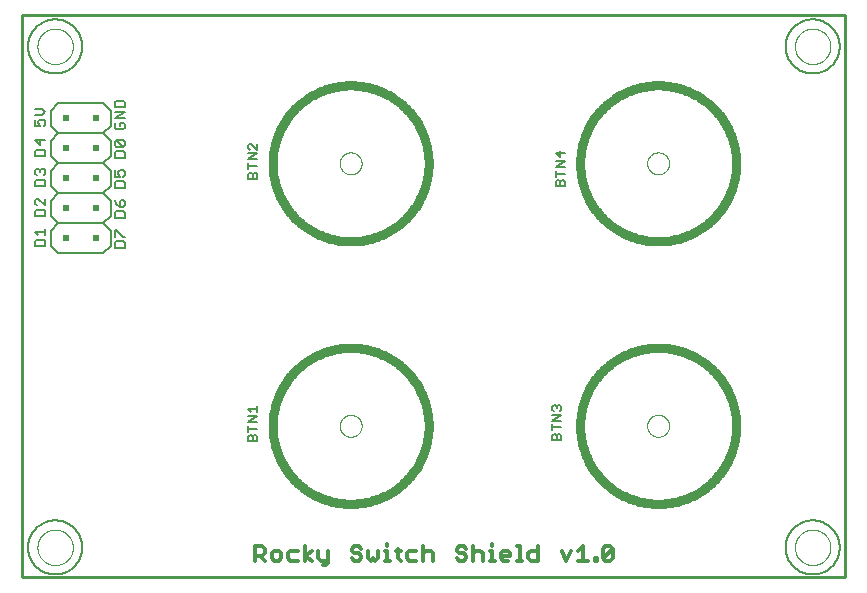
<source format=gto>
G75*
%MOIN*%
%OFA0B0*%
%FSLAX25Y25*%
%IPPOS*%
%LPD*%
%AMOC8*
5,1,8,0,0,1.08239X$1,22.5*
%
%ADD10C,0.01000*%
%ADD11C,0.00600*%
%ADD12C,0.01200*%
%ADD13C,0.00000*%
%ADD14R,0.02000X0.02000*%
%ADD15C,0.03000*%
%ADD16C,0.00500*%
D10*
X0028300Y0031800D02*
X0028300Y0219261D01*
X0302501Y0219261D01*
X0302501Y0031800D01*
X0028300Y0031800D01*
D11*
X0030284Y0041800D02*
X0030287Y0042021D01*
X0030295Y0042242D01*
X0030308Y0042463D01*
X0030327Y0042684D01*
X0030352Y0042904D01*
X0030382Y0043123D01*
X0030417Y0043341D01*
X0030457Y0043559D01*
X0030503Y0043775D01*
X0030554Y0043991D01*
X0030611Y0044205D01*
X0030672Y0044417D01*
X0030739Y0044628D01*
X0030811Y0044837D01*
X0030888Y0045045D01*
X0030970Y0045250D01*
X0031057Y0045454D01*
X0031150Y0045655D01*
X0031247Y0045854D01*
X0031349Y0046050D01*
X0031455Y0046244D01*
X0031567Y0046435D01*
X0031683Y0046624D01*
X0031803Y0046809D01*
X0031929Y0046991D01*
X0032058Y0047171D01*
X0032192Y0047347D01*
X0032331Y0047520D01*
X0032473Y0047689D01*
X0032620Y0047855D01*
X0032770Y0048017D01*
X0032925Y0048175D01*
X0033083Y0048330D01*
X0033245Y0048480D01*
X0033411Y0048627D01*
X0033580Y0048769D01*
X0033753Y0048908D01*
X0033929Y0049042D01*
X0034109Y0049171D01*
X0034291Y0049297D01*
X0034476Y0049417D01*
X0034665Y0049533D01*
X0034856Y0049645D01*
X0035050Y0049751D01*
X0035246Y0049853D01*
X0035445Y0049950D01*
X0035646Y0050043D01*
X0035850Y0050130D01*
X0036055Y0050212D01*
X0036263Y0050289D01*
X0036472Y0050361D01*
X0036683Y0050428D01*
X0036895Y0050489D01*
X0037109Y0050546D01*
X0037325Y0050597D01*
X0037541Y0050643D01*
X0037759Y0050683D01*
X0037977Y0050718D01*
X0038196Y0050748D01*
X0038416Y0050773D01*
X0038637Y0050792D01*
X0038858Y0050805D01*
X0039079Y0050813D01*
X0039300Y0050816D01*
X0039521Y0050813D01*
X0039742Y0050805D01*
X0039963Y0050792D01*
X0040184Y0050773D01*
X0040404Y0050748D01*
X0040623Y0050718D01*
X0040841Y0050683D01*
X0041059Y0050643D01*
X0041275Y0050597D01*
X0041491Y0050546D01*
X0041705Y0050489D01*
X0041917Y0050428D01*
X0042128Y0050361D01*
X0042337Y0050289D01*
X0042545Y0050212D01*
X0042750Y0050130D01*
X0042954Y0050043D01*
X0043155Y0049950D01*
X0043354Y0049853D01*
X0043550Y0049751D01*
X0043744Y0049645D01*
X0043935Y0049533D01*
X0044124Y0049417D01*
X0044309Y0049297D01*
X0044491Y0049171D01*
X0044671Y0049042D01*
X0044847Y0048908D01*
X0045020Y0048769D01*
X0045189Y0048627D01*
X0045355Y0048480D01*
X0045517Y0048330D01*
X0045675Y0048175D01*
X0045830Y0048017D01*
X0045980Y0047855D01*
X0046127Y0047689D01*
X0046269Y0047520D01*
X0046408Y0047347D01*
X0046542Y0047171D01*
X0046671Y0046991D01*
X0046797Y0046809D01*
X0046917Y0046624D01*
X0047033Y0046435D01*
X0047145Y0046244D01*
X0047251Y0046050D01*
X0047353Y0045854D01*
X0047450Y0045655D01*
X0047543Y0045454D01*
X0047630Y0045250D01*
X0047712Y0045045D01*
X0047789Y0044837D01*
X0047861Y0044628D01*
X0047928Y0044417D01*
X0047989Y0044205D01*
X0048046Y0043991D01*
X0048097Y0043775D01*
X0048143Y0043559D01*
X0048183Y0043341D01*
X0048218Y0043123D01*
X0048248Y0042904D01*
X0048273Y0042684D01*
X0048292Y0042463D01*
X0048305Y0042242D01*
X0048313Y0042021D01*
X0048316Y0041800D01*
X0048313Y0041579D01*
X0048305Y0041358D01*
X0048292Y0041137D01*
X0048273Y0040916D01*
X0048248Y0040696D01*
X0048218Y0040477D01*
X0048183Y0040259D01*
X0048143Y0040041D01*
X0048097Y0039825D01*
X0048046Y0039609D01*
X0047989Y0039395D01*
X0047928Y0039183D01*
X0047861Y0038972D01*
X0047789Y0038763D01*
X0047712Y0038555D01*
X0047630Y0038350D01*
X0047543Y0038146D01*
X0047450Y0037945D01*
X0047353Y0037746D01*
X0047251Y0037550D01*
X0047145Y0037356D01*
X0047033Y0037165D01*
X0046917Y0036976D01*
X0046797Y0036791D01*
X0046671Y0036609D01*
X0046542Y0036429D01*
X0046408Y0036253D01*
X0046269Y0036080D01*
X0046127Y0035911D01*
X0045980Y0035745D01*
X0045830Y0035583D01*
X0045675Y0035425D01*
X0045517Y0035270D01*
X0045355Y0035120D01*
X0045189Y0034973D01*
X0045020Y0034831D01*
X0044847Y0034692D01*
X0044671Y0034558D01*
X0044491Y0034429D01*
X0044309Y0034303D01*
X0044124Y0034183D01*
X0043935Y0034067D01*
X0043744Y0033955D01*
X0043550Y0033849D01*
X0043354Y0033747D01*
X0043155Y0033650D01*
X0042954Y0033557D01*
X0042750Y0033470D01*
X0042545Y0033388D01*
X0042337Y0033311D01*
X0042128Y0033239D01*
X0041917Y0033172D01*
X0041705Y0033111D01*
X0041491Y0033054D01*
X0041275Y0033003D01*
X0041059Y0032957D01*
X0040841Y0032917D01*
X0040623Y0032882D01*
X0040404Y0032852D01*
X0040184Y0032827D01*
X0039963Y0032808D01*
X0039742Y0032795D01*
X0039521Y0032787D01*
X0039300Y0032784D01*
X0039079Y0032787D01*
X0038858Y0032795D01*
X0038637Y0032808D01*
X0038416Y0032827D01*
X0038196Y0032852D01*
X0037977Y0032882D01*
X0037759Y0032917D01*
X0037541Y0032957D01*
X0037325Y0033003D01*
X0037109Y0033054D01*
X0036895Y0033111D01*
X0036683Y0033172D01*
X0036472Y0033239D01*
X0036263Y0033311D01*
X0036055Y0033388D01*
X0035850Y0033470D01*
X0035646Y0033557D01*
X0035445Y0033650D01*
X0035246Y0033747D01*
X0035050Y0033849D01*
X0034856Y0033955D01*
X0034665Y0034067D01*
X0034476Y0034183D01*
X0034291Y0034303D01*
X0034109Y0034429D01*
X0033929Y0034558D01*
X0033753Y0034692D01*
X0033580Y0034831D01*
X0033411Y0034973D01*
X0033245Y0035120D01*
X0033083Y0035270D01*
X0032925Y0035425D01*
X0032770Y0035583D01*
X0032620Y0035745D01*
X0032473Y0035911D01*
X0032331Y0036080D01*
X0032192Y0036253D01*
X0032058Y0036429D01*
X0031929Y0036609D01*
X0031803Y0036791D01*
X0031683Y0036976D01*
X0031567Y0037165D01*
X0031455Y0037356D01*
X0031349Y0037550D01*
X0031247Y0037746D01*
X0031150Y0037945D01*
X0031057Y0038146D01*
X0030970Y0038350D01*
X0030888Y0038555D01*
X0030811Y0038763D01*
X0030739Y0038972D01*
X0030672Y0039183D01*
X0030611Y0039395D01*
X0030554Y0039609D01*
X0030503Y0039825D01*
X0030457Y0040041D01*
X0030417Y0040259D01*
X0030382Y0040477D01*
X0030352Y0040696D01*
X0030327Y0040916D01*
X0030308Y0041137D01*
X0030295Y0041358D01*
X0030287Y0041579D01*
X0030284Y0041800D01*
X0040300Y0139800D02*
X0037800Y0142300D01*
X0037800Y0147300D01*
X0040300Y0149800D01*
X0055300Y0149800D01*
X0057800Y0152300D01*
X0057800Y0157300D01*
X0055300Y0159800D01*
X0040300Y0159800D01*
X0037800Y0162300D01*
X0037800Y0167300D01*
X0040300Y0169800D01*
X0055300Y0169800D01*
X0057800Y0172300D01*
X0057800Y0177300D01*
X0055300Y0179800D01*
X0057800Y0182300D01*
X0057800Y0187300D01*
X0055300Y0189800D01*
X0040300Y0189800D01*
X0037800Y0187300D01*
X0037800Y0182300D01*
X0040300Y0179800D01*
X0055300Y0179800D01*
X0059097Y0181667D02*
X0059664Y0181100D01*
X0061933Y0181100D01*
X0062500Y0181667D01*
X0062500Y0182801D01*
X0061933Y0183369D01*
X0060799Y0183369D01*
X0060799Y0182234D01*
X0059664Y0183369D02*
X0059097Y0182801D01*
X0059097Y0181667D01*
X0059097Y0184783D02*
X0062500Y0187052D01*
X0059097Y0187052D01*
X0059097Y0188466D02*
X0059097Y0190168D01*
X0059664Y0190735D01*
X0061933Y0190735D01*
X0062500Y0190168D01*
X0062500Y0188466D01*
X0059097Y0188466D01*
X0059097Y0184783D02*
X0062500Y0184783D01*
X0061933Y0177552D02*
X0062500Y0176985D01*
X0062500Y0175850D01*
X0061933Y0175283D01*
X0059664Y0177552D01*
X0061933Y0177552D01*
X0059664Y0177552D02*
X0059097Y0176985D01*
X0059097Y0175850D01*
X0059664Y0175283D01*
X0061933Y0175283D01*
X0061933Y0173869D02*
X0059664Y0173869D01*
X0059097Y0173301D01*
X0059097Y0171600D01*
X0062500Y0171600D01*
X0062500Y0173301D01*
X0061933Y0173869D01*
X0057800Y0167300D02*
X0055300Y0169800D01*
X0057800Y0167300D02*
X0057800Y0162300D01*
X0055300Y0159800D01*
X0059097Y0161600D02*
X0059097Y0163301D01*
X0059664Y0163869D01*
X0061933Y0163869D01*
X0062500Y0163301D01*
X0062500Y0161600D01*
X0059097Y0161600D01*
X0059097Y0157552D02*
X0059664Y0156417D01*
X0060799Y0155283D01*
X0060799Y0156985D01*
X0061366Y0157552D01*
X0061933Y0157552D01*
X0062500Y0156985D01*
X0062500Y0155850D01*
X0061933Y0155283D01*
X0060799Y0155283D01*
X0061933Y0153869D02*
X0059664Y0153869D01*
X0059097Y0153301D01*
X0059097Y0151600D01*
X0062500Y0151600D01*
X0062500Y0153301D01*
X0061933Y0153869D01*
X0057800Y0147300D02*
X0055300Y0149800D01*
X0059097Y0147552D02*
X0059664Y0147552D01*
X0061933Y0145283D01*
X0062500Y0145283D01*
X0061933Y0143869D02*
X0059664Y0143869D01*
X0059097Y0143301D01*
X0059097Y0141600D01*
X0062500Y0141600D01*
X0062500Y0143301D01*
X0061933Y0143869D01*
X0059097Y0145283D02*
X0059097Y0147552D01*
X0057800Y0147300D02*
X0057800Y0142300D01*
X0055300Y0139800D01*
X0040300Y0139800D01*
X0036000Y0142100D02*
X0036000Y0143801D01*
X0035433Y0144369D01*
X0033164Y0144369D01*
X0032597Y0143801D01*
X0032597Y0142100D01*
X0036000Y0142100D01*
X0036000Y0145783D02*
X0036000Y0148052D01*
X0036000Y0146917D02*
X0032597Y0146917D01*
X0033731Y0145783D01*
X0032597Y0152100D02*
X0032597Y0153801D01*
X0033164Y0154369D01*
X0035433Y0154369D01*
X0036000Y0153801D01*
X0036000Y0152100D01*
X0032597Y0152100D01*
X0037800Y0152300D02*
X0037800Y0157300D01*
X0040300Y0159800D01*
X0036000Y0158052D02*
X0036000Y0155783D01*
X0033731Y0158052D01*
X0033164Y0158052D01*
X0032597Y0157485D01*
X0032597Y0156350D01*
X0033164Y0155783D01*
X0037800Y0152300D02*
X0040300Y0149800D01*
X0036000Y0162100D02*
X0032597Y0162100D01*
X0032597Y0163801D01*
X0033164Y0164369D01*
X0035433Y0164369D01*
X0036000Y0163801D01*
X0036000Y0162100D01*
X0035433Y0165783D02*
X0036000Y0166350D01*
X0036000Y0167485D01*
X0035433Y0168052D01*
X0034866Y0168052D01*
X0034299Y0167485D01*
X0034299Y0166917D01*
X0034299Y0167485D02*
X0033731Y0168052D01*
X0033164Y0168052D01*
X0032597Y0167485D01*
X0032597Y0166350D01*
X0033164Y0165783D01*
X0037800Y0172300D02*
X0040300Y0169800D01*
X0037800Y0172300D02*
X0037800Y0177300D01*
X0040300Y0179800D01*
X0036000Y0177485D02*
X0032597Y0177485D01*
X0034299Y0175783D01*
X0034299Y0178052D01*
X0035433Y0174369D02*
X0033164Y0174369D01*
X0032597Y0173801D01*
X0032597Y0172100D01*
X0036000Y0172100D01*
X0036000Y0173801D01*
X0035433Y0174369D01*
X0035433Y0182100D02*
X0036000Y0182667D01*
X0036000Y0183801D01*
X0035433Y0184369D01*
X0034299Y0184369D01*
X0033731Y0183801D01*
X0033731Y0183234D01*
X0034299Y0182100D01*
X0032597Y0182100D01*
X0032597Y0184369D01*
X0032597Y0185783D02*
X0034866Y0185783D01*
X0036000Y0186917D01*
X0034866Y0188052D01*
X0032597Y0188052D01*
X0059097Y0167552D02*
X0059097Y0165283D01*
X0060799Y0165283D01*
X0060231Y0166417D01*
X0060231Y0166985D01*
X0060799Y0167552D01*
X0061933Y0167552D01*
X0062500Y0166985D01*
X0062500Y0165850D01*
X0061933Y0165283D01*
X0030284Y0208800D02*
X0030287Y0209021D01*
X0030295Y0209242D01*
X0030308Y0209463D01*
X0030327Y0209684D01*
X0030352Y0209904D01*
X0030382Y0210123D01*
X0030417Y0210341D01*
X0030457Y0210559D01*
X0030503Y0210775D01*
X0030554Y0210991D01*
X0030611Y0211205D01*
X0030672Y0211417D01*
X0030739Y0211628D01*
X0030811Y0211837D01*
X0030888Y0212045D01*
X0030970Y0212250D01*
X0031057Y0212454D01*
X0031150Y0212655D01*
X0031247Y0212854D01*
X0031349Y0213050D01*
X0031455Y0213244D01*
X0031567Y0213435D01*
X0031683Y0213624D01*
X0031803Y0213809D01*
X0031929Y0213991D01*
X0032058Y0214171D01*
X0032192Y0214347D01*
X0032331Y0214520D01*
X0032473Y0214689D01*
X0032620Y0214855D01*
X0032770Y0215017D01*
X0032925Y0215175D01*
X0033083Y0215330D01*
X0033245Y0215480D01*
X0033411Y0215627D01*
X0033580Y0215769D01*
X0033753Y0215908D01*
X0033929Y0216042D01*
X0034109Y0216171D01*
X0034291Y0216297D01*
X0034476Y0216417D01*
X0034665Y0216533D01*
X0034856Y0216645D01*
X0035050Y0216751D01*
X0035246Y0216853D01*
X0035445Y0216950D01*
X0035646Y0217043D01*
X0035850Y0217130D01*
X0036055Y0217212D01*
X0036263Y0217289D01*
X0036472Y0217361D01*
X0036683Y0217428D01*
X0036895Y0217489D01*
X0037109Y0217546D01*
X0037325Y0217597D01*
X0037541Y0217643D01*
X0037759Y0217683D01*
X0037977Y0217718D01*
X0038196Y0217748D01*
X0038416Y0217773D01*
X0038637Y0217792D01*
X0038858Y0217805D01*
X0039079Y0217813D01*
X0039300Y0217816D01*
X0039521Y0217813D01*
X0039742Y0217805D01*
X0039963Y0217792D01*
X0040184Y0217773D01*
X0040404Y0217748D01*
X0040623Y0217718D01*
X0040841Y0217683D01*
X0041059Y0217643D01*
X0041275Y0217597D01*
X0041491Y0217546D01*
X0041705Y0217489D01*
X0041917Y0217428D01*
X0042128Y0217361D01*
X0042337Y0217289D01*
X0042545Y0217212D01*
X0042750Y0217130D01*
X0042954Y0217043D01*
X0043155Y0216950D01*
X0043354Y0216853D01*
X0043550Y0216751D01*
X0043744Y0216645D01*
X0043935Y0216533D01*
X0044124Y0216417D01*
X0044309Y0216297D01*
X0044491Y0216171D01*
X0044671Y0216042D01*
X0044847Y0215908D01*
X0045020Y0215769D01*
X0045189Y0215627D01*
X0045355Y0215480D01*
X0045517Y0215330D01*
X0045675Y0215175D01*
X0045830Y0215017D01*
X0045980Y0214855D01*
X0046127Y0214689D01*
X0046269Y0214520D01*
X0046408Y0214347D01*
X0046542Y0214171D01*
X0046671Y0213991D01*
X0046797Y0213809D01*
X0046917Y0213624D01*
X0047033Y0213435D01*
X0047145Y0213244D01*
X0047251Y0213050D01*
X0047353Y0212854D01*
X0047450Y0212655D01*
X0047543Y0212454D01*
X0047630Y0212250D01*
X0047712Y0212045D01*
X0047789Y0211837D01*
X0047861Y0211628D01*
X0047928Y0211417D01*
X0047989Y0211205D01*
X0048046Y0210991D01*
X0048097Y0210775D01*
X0048143Y0210559D01*
X0048183Y0210341D01*
X0048218Y0210123D01*
X0048248Y0209904D01*
X0048273Y0209684D01*
X0048292Y0209463D01*
X0048305Y0209242D01*
X0048313Y0209021D01*
X0048316Y0208800D01*
X0048313Y0208579D01*
X0048305Y0208358D01*
X0048292Y0208137D01*
X0048273Y0207916D01*
X0048248Y0207696D01*
X0048218Y0207477D01*
X0048183Y0207259D01*
X0048143Y0207041D01*
X0048097Y0206825D01*
X0048046Y0206609D01*
X0047989Y0206395D01*
X0047928Y0206183D01*
X0047861Y0205972D01*
X0047789Y0205763D01*
X0047712Y0205555D01*
X0047630Y0205350D01*
X0047543Y0205146D01*
X0047450Y0204945D01*
X0047353Y0204746D01*
X0047251Y0204550D01*
X0047145Y0204356D01*
X0047033Y0204165D01*
X0046917Y0203976D01*
X0046797Y0203791D01*
X0046671Y0203609D01*
X0046542Y0203429D01*
X0046408Y0203253D01*
X0046269Y0203080D01*
X0046127Y0202911D01*
X0045980Y0202745D01*
X0045830Y0202583D01*
X0045675Y0202425D01*
X0045517Y0202270D01*
X0045355Y0202120D01*
X0045189Y0201973D01*
X0045020Y0201831D01*
X0044847Y0201692D01*
X0044671Y0201558D01*
X0044491Y0201429D01*
X0044309Y0201303D01*
X0044124Y0201183D01*
X0043935Y0201067D01*
X0043744Y0200955D01*
X0043550Y0200849D01*
X0043354Y0200747D01*
X0043155Y0200650D01*
X0042954Y0200557D01*
X0042750Y0200470D01*
X0042545Y0200388D01*
X0042337Y0200311D01*
X0042128Y0200239D01*
X0041917Y0200172D01*
X0041705Y0200111D01*
X0041491Y0200054D01*
X0041275Y0200003D01*
X0041059Y0199957D01*
X0040841Y0199917D01*
X0040623Y0199882D01*
X0040404Y0199852D01*
X0040184Y0199827D01*
X0039963Y0199808D01*
X0039742Y0199795D01*
X0039521Y0199787D01*
X0039300Y0199784D01*
X0039079Y0199787D01*
X0038858Y0199795D01*
X0038637Y0199808D01*
X0038416Y0199827D01*
X0038196Y0199852D01*
X0037977Y0199882D01*
X0037759Y0199917D01*
X0037541Y0199957D01*
X0037325Y0200003D01*
X0037109Y0200054D01*
X0036895Y0200111D01*
X0036683Y0200172D01*
X0036472Y0200239D01*
X0036263Y0200311D01*
X0036055Y0200388D01*
X0035850Y0200470D01*
X0035646Y0200557D01*
X0035445Y0200650D01*
X0035246Y0200747D01*
X0035050Y0200849D01*
X0034856Y0200955D01*
X0034665Y0201067D01*
X0034476Y0201183D01*
X0034291Y0201303D01*
X0034109Y0201429D01*
X0033929Y0201558D01*
X0033753Y0201692D01*
X0033580Y0201831D01*
X0033411Y0201973D01*
X0033245Y0202120D01*
X0033083Y0202270D01*
X0032925Y0202425D01*
X0032770Y0202583D01*
X0032620Y0202745D01*
X0032473Y0202911D01*
X0032331Y0203080D01*
X0032192Y0203253D01*
X0032058Y0203429D01*
X0031929Y0203609D01*
X0031803Y0203791D01*
X0031683Y0203976D01*
X0031567Y0204165D01*
X0031455Y0204356D01*
X0031349Y0204550D01*
X0031247Y0204746D01*
X0031150Y0204945D01*
X0031057Y0205146D01*
X0030970Y0205350D01*
X0030888Y0205555D01*
X0030811Y0205763D01*
X0030739Y0205972D01*
X0030672Y0206183D01*
X0030611Y0206395D01*
X0030554Y0206609D01*
X0030503Y0206825D01*
X0030457Y0207041D01*
X0030417Y0207259D01*
X0030382Y0207477D01*
X0030352Y0207696D01*
X0030327Y0207916D01*
X0030308Y0208137D01*
X0030295Y0208358D01*
X0030287Y0208579D01*
X0030284Y0208800D01*
X0282784Y0208800D02*
X0282787Y0209021D01*
X0282795Y0209242D01*
X0282808Y0209463D01*
X0282827Y0209684D01*
X0282852Y0209904D01*
X0282882Y0210123D01*
X0282917Y0210341D01*
X0282957Y0210559D01*
X0283003Y0210775D01*
X0283054Y0210991D01*
X0283111Y0211205D01*
X0283172Y0211417D01*
X0283239Y0211628D01*
X0283311Y0211837D01*
X0283388Y0212045D01*
X0283470Y0212250D01*
X0283557Y0212454D01*
X0283650Y0212655D01*
X0283747Y0212854D01*
X0283849Y0213050D01*
X0283955Y0213244D01*
X0284067Y0213435D01*
X0284183Y0213624D01*
X0284303Y0213809D01*
X0284429Y0213991D01*
X0284558Y0214171D01*
X0284692Y0214347D01*
X0284831Y0214520D01*
X0284973Y0214689D01*
X0285120Y0214855D01*
X0285270Y0215017D01*
X0285425Y0215175D01*
X0285583Y0215330D01*
X0285745Y0215480D01*
X0285911Y0215627D01*
X0286080Y0215769D01*
X0286253Y0215908D01*
X0286429Y0216042D01*
X0286609Y0216171D01*
X0286791Y0216297D01*
X0286976Y0216417D01*
X0287165Y0216533D01*
X0287356Y0216645D01*
X0287550Y0216751D01*
X0287746Y0216853D01*
X0287945Y0216950D01*
X0288146Y0217043D01*
X0288350Y0217130D01*
X0288555Y0217212D01*
X0288763Y0217289D01*
X0288972Y0217361D01*
X0289183Y0217428D01*
X0289395Y0217489D01*
X0289609Y0217546D01*
X0289825Y0217597D01*
X0290041Y0217643D01*
X0290259Y0217683D01*
X0290477Y0217718D01*
X0290696Y0217748D01*
X0290916Y0217773D01*
X0291137Y0217792D01*
X0291358Y0217805D01*
X0291579Y0217813D01*
X0291800Y0217816D01*
X0292021Y0217813D01*
X0292242Y0217805D01*
X0292463Y0217792D01*
X0292684Y0217773D01*
X0292904Y0217748D01*
X0293123Y0217718D01*
X0293341Y0217683D01*
X0293559Y0217643D01*
X0293775Y0217597D01*
X0293991Y0217546D01*
X0294205Y0217489D01*
X0294417Y0217428D01*
X0294628Y0217361D01*
X0294837Y0217289D01*
X0295045Y0217212D01*
X0295250Y0217130D01*
X0295454Y0217043D01*
X0295655Y0216950D01*
X0295854Y0216853D01*
X0296050Y0216751D01*
X0296244Y0216645D01*
X0296435Y0216533D01*
X0296624Y0216417D01*
X0296809Y0216297D01*
X0296991Y0216171D01*
X0297171Y0216042D01*
X0297347Y0215908D01*
X0297520Y0215769D01*
X0297689Y0215627D01*
X0297855Y0215480D01*
X0298017Y0215330D01*
X0298175Y0215175D01*
X0298330Y0215017D01*
X0298480Y0214855D01*
X0298627Y0214689D01*
X0298769Y0214520D01*
X0298908Y0214347D01*
X0299042Y0214171D01*
X0299171Y0213991D01*
X0299297Y0213809D01*
X0299417Y0213624D01*
X0299533Y0213435D01*
X0299645Y0213244D01*
X0299751Y0213050D01*
X0299853Y0212854D01*
X0299950Y0212655D01*
X0300043Y0212454D01*
X0300130Y0212250D01*
X0300212Y0212045D01*
X0300289Y0211837D01*
X0300361Y0211628D01*
X0300428Y0211417D01*
X0300489Y0211205D01*
X0300546Y0210991D01*
X0300597Y0210775D01*
X0300643Y0210559D01*
X0300683Y0210341D01*
X0300718Y0210123D01*
X0300748Y0209904D01*
X0300773Y0209684D01*
X0300792Y0209463D01*
X0300805Y0209242D01*
X0300813Y0209021D01*
X0300816Y0208800D01*
X0300813Y0208579D01*
X0300805Y0208358D01*
X0300792Y0208137D01*
X0300773Y0207916D01*
X0300748Y0207696D01*
X0300718Y0207477D01*
X0300683Y0207259D01*
X0300643Y0207041D01*
X0300597Y0206825D01*
X0300546Y0206609D01*
X0300489Y0206395D01*
X0300428Y0206183D01*
X0300361Y0205972D01*
X0300289Y0205763D01*
X0300212Y0205555D01*
X0300130Y0205350D01*
X0300043Y0205146D01*
X0299950Y0204945D01*
X0299853Y0204746D01*
X0299751Y0204550D01*
X0299645Y0204356D01*
X0299533Y0204165D01*
X0299417Y0203976D01*
X0299297Y0203791D01*
X0299171Y0203609D01*
X0299042Y0203429D01*
X0298908Y0203253D01*
X0298769Y0203080D01*
X0298627Y0202911D01*
X0298480Y0202745D01*
X0298330Y0202583D01*
X0298175Y0202425D01*
X0298017Y0202270D01*
X0297855Y0202120D01*
X0297689Y0201973D01*
X0297520Y0201831D01*
X0297347Y0201692D01*
X0297171Y0201558D01*
X0296991Y0201429D01*
X0296809Y0201303D01*
X0296624Y0201183D01*
X0296435Y0201067D01*
X0296244Y0200955D01*
X0296050Y0200849D01*
X0295854Y0200747D01*
X0295655Y0200650D01*
X0295454Y0200557D01*
X0295250Y0200470D01*
X0295045Y0200388D01*
X0294837Y0200311D01*
X0294628Y0200239D01*
X0294417Y0200172D01*
X0294205Y0200111D01*
X0293991Y0200054D01*
X0293775Y0200003D01*
X0293559Y0199957D01*
X0293341Y0199917D01*
X0293123Y0199882D01*
X0292904Y0199852D01*
X0292684Y0199827D01*
X0292463Y0199808D01*
X0292242Y0199795D01*
X0292021Y0199787D01*
X0291800Y0199784D01*
X0291579Y0199787D01*
X0291358Y0199795D01*
X0291137Y0199808D01*
X0290916Y0199827D01*
X0290696Y0199852D01*
X0290477Y0199882D01*
X0290259Y0199917D01*
X0290041Y0199957D01*
X0289825Y0200003D01*
X0289609Y0200054D01*
X0289395Y0200111D01*
X0289183Y0200172D01*
X0288972Y0200239D01*
X0288763Y0200311D01*
X0288555Y0200388D01*
X0288350Y0200470D01*
X0288146Y0200557D01*
X0287945Y0200650D01*
X0287746Y0200747D01*
X0287550Y0200849D01*
X0287356Y0200955D01*
X0287165Y0201067D01*
X0286976Y0201183D01*
X0286791Y0201303D01*
X0286609Y0201429D01*
X0286429Y0201558D01*
X0286253Y0201692D01*
X0286080Y0201831D01*
X0285911Y0201973D01*
X0285745Y0202120D01*
X0285583Y0202270D01*
X0285425Y0202425D01*
X0285270Y0202583D01*
X0285120Y0202745D01*
X0284973Y0202911D01*
X0284831Y0203080D01*
X0284692Y0203253D01*
X0284558Y0203429D01*
X0284429Y0203609D01*
X0284303Y0203791D01*
X0284183Y0203976D01*
X0284067Y0204165D01*
X0283955Y0204356D01*
X0283849Y0204550D01*
X0283747Y0204746D01*
X0283650Y0204945D01*
X0283557Y0205146D01*
X0283470Y0205350D01*
X0283388Y0205555D01*
X0283311Y0205763D01*
X0283239Y0205972D01*
X0283172Y0206183D01*
X0283111Y0206395D01*
X0283054Y0206609D01*
X0283003Y0206825D01*
X0282957Y0207041D01*
X0282917Y0207259D01*
X0282882Y0207477D01*
X0282852Y0207696D01*
X0282827Y0207916D01*
X0282808Y0208137D01*
X0282795Y0208358D01*
X0282787Y0208579D01*
X0282784Y0208800D01*
X0282784Y0041800D02*
X0282787Y0042021D01*
X0282795Y0042242D01*
X0282808Y0042463D01*
X0282827Y0042684D01*
X0282852Y0042904D01*
X0282882Y0043123D01*
X0282917Y0043341D01*
X0282957Y0043559D01*
X0283003Y0043775D01*
X0283054Y0043991D01*
X0283111Y0044205D01*
X0283172Y0044417D01*
X0283239Y0044628D01*
X0283311Y0044837D01*
X0283388Y0045045D01*
X0283470Y0045250D01*
X0283557Y0045454D01*
X0283650Y0045655D01*
X0283747Y0045854D01*
X0283849Y0046050D01*
X0283955Y0046244D01*
X0284067Y0046435D01*
X0284183Y0046624D01*
X0284303Y0046809D01*
X0284429Y0046991D01*
X0284558Y0047171D01*
X0284692Y0047347D01*
X0284831Y0047520D01*
X0284973Y0047689D01*
X0285120Y0047855D01*
X0285270Y0048017D01*
X0285425Y0048175D01*
X0285583Y0048330D01*
X0285745Y0048480D01*
X0285911Y0048627D01*
X0286080Y0048769D01*
X0286253Y0048908D01*
X0286429Y0049042D01*
X0286609Y0049171D01*
X0286791Y0049297D01*
X0286976Y0049417D01*
X0287165Y0049533D01*
X0287356Y0049645D01*
X0287550Y0049751D01*
X0287746Y0049853D01*
X0287945Y0049950D01*
X0288146Y0050043D01*
X0288350Y0050130D01*
X0288555Y0050212D01*
X0288763Y0050289D01*
X0288972Y0050361D01*
X0289183Y0050428D01*
X0289395Y0050489D01*
X0289609Y0050546D01*
X0289825Y0050597D01*
X0290041Y0050643D01*
X0290259Y0050683D01*
X0290477Y0050718D01*
X0290696Y0050748D01*
X0290916Y0050773D01*
X0291137Y0050792D01*
X0291358Y0050805D01*
X0291579Y0050813D01*
X0291800Y0050816D01*
X0292021Y0050813D01*
X0292242Y0050805D01*
X0292463Y0050792D01*
X0292684Y0050773D01*
X0292904Y0050748D01*
X0293123Y0050718D01*
X0293341Y0050683D01*
X0293559Y0050643D01*
X0293775Y0050597D01*
X0293991Y0050546D01*
X0294205Y0050489D01*
X0294417Y0050428D01*
X0294628Y0050361D01*
X0294837Y0050289D01*
X0295045Y0050212D01*
X0295250Y0050130D01*
X0295454Y0050043D01*
X0295655Y0049950D01*
X0295854Y0049853D01*
X0296050Y0049751D01*
X0296244Y0049645D01*
X0296435Y0049533D01*
X0296624Y0049417D01*
X0296809Y0049297D01*
X0296991Y0049171D01*
X0297171Y0049042D01*
X0297347Y0048908D01*
X0297520Y0048769D01*
X0297689Y0048627D01*
X0297855Y0048480D01*
X0298017Y0048330D01*
X0298175Y0048175D01*
X0298330Y0048017D01*
X0298480Y0047855D01*
X0298627Y0047689D01*
X0298769Y0047520D01*
X0298908Y0047347D01*
X0299042Y0047171D01*
X0299171Y0046991D01*
X0299297Y0046809D01*
X0299417Y0046624D01*
X0299533Y0046435D01*
X0299645Y0046244D01*
X0299751Y0046050D01*
X0299853Y0045854D01*
X0299950Y0045655D01*
X0300043Y0045454D01*
X0300130Y0045250D01*
X0300212Y0045045D01*
X0300289Y0044837D01*
X0300361Y0044628D01*
X0300428Y0044417D01*
X0300489Y0044205D01*
X0300546Y0043991D01*
X0300597Y0043775D01*
X0300643Y0043559D01*
X0300683Y0043341D01*
X0300718Y0043123D01*
X0300748Y0042904D01*
X0300773Y0042684D01*
X0300792Y0042463D01*
X0300805Y0042242D01*
X0300813Y0042021D01*
X0300816Y0041800D01*
X0300813Y0041579D01*
X0300805Y0041358D01*
X0300792Y0041137D01*
X0300773Y0040916D01*
X0300748Y0040696D01*
X0300718Y0040477D01*
X0300683Y0040259D01*
X0300643Y0040041D01*
X0300597Y0039825D01*
X0300546Y0039609D01*
X0300489Y0039395D01*
X0300428Y0039183D01*
X0300361Y0038972D01*
X0300289Y0038763D01*
X0300212Y0038555D01*
X0300130Y0038350D01*
X0300043Y0038146D01*
X0299950Y0037945D01*
X0299853Y0037746D01*
X0299751Y0037550D01*
X0299645Y0037356D01*
X0299533Y0037165D01*
X0299417Y0036976D01*
X0299297Y0036791D01*
X0299171Y0036609D01*
X0299042Y0036429D01*
X0298908Y0036253D01*
X0298769Y0036080D01*
X0298627Y0035911D01*
X0298480Y0035745D01*
X0298330Y0035583D01*
X0298175Y0035425D01*
X0298017Y0035270D01*
X0297855Y0035120D01*
X0297689Y0034973D01*
X0297520Y0034831D01*
X0297347Y0034692D01*
X0297171Y0034558D01*
X0296991Y0034429D01*
X0296809Y0034303D01*
X0296624Y0034183D01*
X0296435Y0034067D01*
X0296244Y0033955D01*
X0296050Y0033849D01*
X0295854Y0033747D01*
X0295655Y0033650D01*
X0295454Y0033557D01*
X0295250Y0033470D01*
X0295045Y0033388D01*
X0294837Y0033311D01*
X0294628Y0033239D01*
X0294417Y0033172D01*
X0294205Y0033111D01*
X0293991Y0033054D01*
X0293775Y0033003D01*
X0293559Y0032957D01*
X0293341Y0032917D01*
X0293123Y0032882D01*
X0292904Y0032852D01*
X0292684Y0032827D01*
X0292463Y0032808D01*
X0292242Y0032795D01*
X0292021Y0032787D01*
X0291800Y0032784D01*
X0291579Y0032787D01*
X0291358Y0032795D01*
X0291137Y0032808D01*
X0290916Y0032827D01*
X0290696Y0032852D01*
X0290477Y0032882D01*
X0290259Y0032917D01*
X0290041Y0032957D01*
X0289825Y0033003D01*
X0289609Y0033054D01*
X0289395Y0033111D01*
X0289183Y0033172D01*
X0288972Y0033239D01*
X0288763Y0033311D01*
X0288555Y0033388D01*
X0288350Y0033470D01*
X0288146Y0033557D01*
X0287945Y0033650D01*
X0287746Y0033747D01*
X0287550Y0033849D01*
X0287356Y0033955D01*
X0287165Y0034067D01*
X0286976Y0034183D01*
X0286791Y0034303D01*
X0286609Y0034429D01*
X0286429Y0034558D01*
X0286253Y0034692D01*
X0286080Y0034831D01*
X0285911Y0034973D01*
X0285745Y0035120D01*
X0285583Y0035270D01*
X0285425Y0035425D01*
X0285270Y0035583D01*
X0285120Y0035745D01*
X0284973Y0035911D01*
X0284831Y0036080D01*
X0284692Y0036253D01*
X0284558Y0036429D01*
X0284429Y0036609D01*
X0284303Y0036791D01*
X0284183Y0036976D01*
X0284067Y0037165D01*
X0283955Y0037356D01*
X0283849Y0037550D01*
X0283747Y0037746D01*
X0283650Y0037945D01*
X0283557Y0038146D01*
X0283470Y0038350D01*
X0283388Y0038555D01*
X0283311Y0038763D01*
X0283239Y0038972D01*
X0283172Y0039183D01*
X0283111Y0039395D01*
X0283054Y0039609D01*
X0283003Y0039825D01*
X0282957Y0040041D01*
X0282917Y0040259D01*
X0282882Y0040477D01*
X0282852Y0040696D01*
X0282827Y0040916D01*
X0282808Y0041137D01*
X0282795Y0041358D01*
X0282787Y0041579D01*
X0282784Y0041800D01*
D12*
X0225122Y0041403D02*
X0225122Y0038201D01*
X0224321Y0037400D01*
X0222720Y0037400D01*
X0221919Y0038201D01*
X0225122Y0041403D01*
X0224321Y0042204D01*
X0222720Y0042204D01*
X0221919Y0041403D01*
X0221919Y0038201D01*
X0219957Y0038201D02*
X0219957Y0037400D01*
X0219157Y0037400D01*
X0219157Y0038201D01*
X0219957Y0038201D01*
X0216835Y0037400D02*
X0213632Y0037400D01*
X0215233Y0037400D02*
X0215233Y0042204D01*
X0213632Y0040603D01*
X0211310Y0040603D02*
X0209709Y0037400D01*
X0208107Y0040603D01*
X0200261Y0040603D02*
X0197859Y0040603D01*
X0197058Y0039802D01*
X0197058Y0038201D01*
X0197859Y0037400D01*
X0200261Y0037400D01*
X0200261Y0042204D01*
X0194175Y0042204D02*
X0194175Y0037400D01*
X0193375Y0037400D02*
X0194976Y0037400D01*
X0191053Y0039001D02*
X0187850Y0039001D01*
X0187850Y0038201D02*
X0187850Y0039802D01*
X0188651Y0040603D01*
X0190252Y0040603D01*
X0191053Y0039802D01*
X0191053Y0039001D01*
X0190252Y0037400D02*
X0188651Y0037400D01*
X0187850Y0038201D01*
X0185768Y0037400D02*
X0184167Y0037400D01*
X0184967Y0037400D02*
X0184967Y0040603D01*
X0184167Y0040603D01*
X0184967Y0042204D02*
X0184967Y0043005D01*
X0181845Y0039802D02*
X0181845Y0037400D01*
X0181845Y0039802D02*
X0181044Y0040603D01*
X0179443Y0040603D01*
X0178642Y0039802D01*
X0178642Y0042204D02*
X0178642Y0037400D01*
X0176320Y0038201D02*
X0175519Y0037400D01*
X0173918Y0037400D01*
X0173117Y0038201D01*
X0173918Y0039802D02*
X0175519Y0039802D01*
X0176320Y0039001D01*
X0176320Y0038201D01*
X0173918Y0039802D02*
X0173117Y0040603D01*
X0173117Y0041403D01*
X0173918Y0042204D01*
X0175519Y0042204D01*
X0176320Y0041403D01*
X0165271Y0039802D02*
X0165271Y0037400D01*
X0165271Y0039802D02*
X0164470Y0040603D01*
X0162869Y0040603D01*
X0162068Y0039802D01*
X0162068Y0042204D02*
X0162068Y0037400D01*
X0159746Y0037400D02*
X0157344Y0037400D01*
X0156543Y0038201D01*
X0156543Y0039802D01*
X0157344Y0040603D01*
X0159746Y0040603D01*
X0154461Y0040603D02*
X0152860Y0040603D01*
X0153661Y0041403D02*
X0153661Y0038201D01*
X0154461Y0037400D01*
X0150778Y0037400D02*
X0149177Y0037400D01*
X0149978Y0037400D02*
X0149978Y0040603D01*
X0149177Y0040603D01*
X0149978Y0042204D02*
X0149978Y0043005D01*
X0146855Y0040603D02*
X0146855Y0038201D01*
X0146054Y0037400D01*
X0145254Y0038201D01*
X0144453Y0037400D01*
X0143652Y0038201D01*
X0143652Y0040603D01*
X0141330Y0041403D02*
X0140530Y0042204D01*
X0138928Y0042204D01*
X0138128Y0041403D01*
X0138128Y0040603D01*
X0138928Y0039802D01*
X0140530Y0039802D01*
X0141330Y0039001D01*
X0141330Y0038201D01*
X0140530Y0037400D01*
X0138928Y0037400D01*
X0138128Y0038201D01*
X0130281Y0037400D02*
X0127879Y0037400D01*
X0127078Y0038201D01*
X0127078Y0040603D01*
X0124876Y0040603D02*
X0122474Y0039001D01*
X0124876Y0037400D01*
X0122474Y0037400D02*
X0122474Y0042204D01*
X0120152Y0040603D02*
X0117750Y0040603D01*
X0116949Y0039802D01*
X0116949Y0038201D01*
X0117750Y0037400D01*
X0120152Y0037400D01*
X0114627Y0038201D02*
X0114627Y0039802D01*
X0113827Y0040603D01*
X0112225Y0040603D01*
X0111425Y0039802D01*
X0111425Y0038201D01*
X0112225Y0037400D01*
X0113827Y0037400D01*
X0114627Y0038201D01*
X0109103Y0037400D02*
X0107501Y0039001D01*
X0108302Y0039001D02*
X0105900Y0039001D01*
X0105900Y0037400D02*
X0105900Y0042204D01*
X0108302Y0042204D01*
X0109103Y0041403D01*
X0109103Y0039802D01*
X0108302Y0039001D01*
X0128679Y0035799D02*
X0129480Y0035799D01*
X0130281Y0036599D01*
X0130281Y0040603D01*
X0193375Y0042204D02*
X0194175Y0042204D01*
D13*
X0236650Y0082300D02*
X0236652Y0082421D01*
X0236658Y0082541D01*
X0236668Y0082662D01*
X0236682Y0082781D01*
X0236700Y0082901D01*
X0236722Y0083019D01*
X0236747Y0083137D01*
X0236777Y0083254D01*
X0236810Y0083370D01*
X0236848Y0083485D01*
X0236889Y0083599D01*
X0236934Y0083711D01*
X0236982Y0083821D01*
X0237034Y0083930D01*
X0237090Y0084037D01*
X0237149Y0084142D01*
X0237212Y0084246D01*
X0237278Y0084347D01*
X0237347Y0084445D01*
X0237420Y0084542D01*
X0237495Y0084636D01*
X0237574Y0084727D01*
X0237656Y0084816D01*
X0237740Y0084902D01*
X0237828Y0084985D01*
X0237918Y0085066D01*
X0238011Y0085143D01*
X0238106Y0085217D01*
X0238204Y0085288D01*
X0238304Y0085356D01*
X0238406Y0085420D01*
X0238510Y0085481D01*
X0238616Y0085538D01*
X0238724Y0085592D01*
X0238834Y0085643D01*
X0238945Y0085689D01*
X0239058Y0085732D01*
X0239172Y0085771D01*
X0239287Y0085807D01*
X0239404Y0085838D01*
X0239521Y0085866D01*
X0239640Y0085890D01*
X0239759Y0085910D01*
X0239878Y0085926D01*
X0239999Y0085938D01*
X0240119Y0085946D01*
X0240240Y0085950D01*
X0240360Y0085950D01*
X0240481Y0085946D01*
X0240601Y0085938D01*
X0240722Y0085926D01*
X0240841Y0085910D01*
X0240960Y0085890D01*
X0241079Y0085866D01*
X0241196Y0085838D01*
X0241313Y0085807D01*
X0241428Y0085771D01*
X0241542Y0085732D01*
X0241655Y0085689D01*
X0241766Y0085643D01*
X0241876Y0085592D01*
X0241984Y0085538D01*
X0242090Y0085481D01*
X0242194Y0085420D01*
X0242296Y0085356D01*
X0242396Y0085288D01*
X0242494Y0085217D01*
X0242589Y0085143D01*
X0242682Y0085066D01*
X0242772Y0084985D01*
X0242860Y0084902D01*
X0242944Y0084816D01*
X0243026Y0084727D01*
X0243105Y0084636D01*
X0243180Y0084542D01*
X0243253Y0084445D01*
X0243322Y0084347D01*
X0243388Y0084246D01*
X0243451Y0084142D01*
X0243510Y0084037D01*
X0243566Y0083930D01*
X0243618Y0083821D01*
X0243666Y0083711D01*
X0243711Y0083599D01*
X0243752Y0083485D01*
X0243790Y0083370D01*
X0243823Y0083254D01*
X0243853Y0083137D01*
X0243878Y0083019D01*
X0243900Y0082901D01*
X0243918Y0082781D01*
X0243932Y0082662D01*
X0243942Y0082541D01*
X0243948Y0082421D01*
X0243950Y0082300D01*
X0243948Y0082179D01*
X0243942Y0082059D01*
X0243932Y0081938D01*
X0243918Y0081819D01*
X0243900Y0081699D01*
X0243878Y0081581D01*
X0243853Y0081463D01*
X0243823Y0081346D01*
X0243790Y0081230D01*
X0243752Y0081115D01*
X0243711Y0081001D01*
X0243666Y0080889D01*
X0243618Y0080779D01*
X0243566Y0080670D01*
X0243510Y0080563D01*
X0243451Y0080458D01*
X0243388Y0080354D01*
X0243322Y0080253D01*
X0243253Y0080155D01*
X0243180Y0080058D01*
X0243105Y0079964D01*
X0243026Y0079873D01*
X0242944Y0079784D01*
X0242860Y0079698D01*
X0242772Y0079615D01*
X0242682Y0079534D01*
X0242589Y0079457D01*
X0242494Y0079383D01*
X0242396Y0079312D01*
X0242296Y0079244D01*
X0242194Y0079180D01*
X0242090Y0079119D01*
X0241984Y0079062D01*
X0241876Y0079008D01*
X0241766Y0078957D01*
X0241655Y0078911D01*
X0241542Y0078868D01*
X0241428Y0078829D01*
X0241313Y0078793D01*
X0241196Y0078762D01*
X0241079Y0078734D01*
X0240960Y0078710D01*
X0240841Y0078690D01*
X0240722Y0078674D01*
X0240601Y0078662D01*
X0240481Y0078654D01*
X0240360Y0078650D01*
X0240240Y0078650D01*
X0240119Y0078654D01*
X0239999Y0078662D01*
X0239878Y0078674D01*
X0239759Y0078690D01*
X0239640Y0078710D01*
X0239521Y0078734D01*
X0239404Y0078762D01*
X0239287Y0078793D01*
X0239172Y0078829D01*
X0239058Y0078868D01*
X0238945Y0078911D01*
X0238834Y0078957D01*
X0238724Y0079008D01*
X0238616Y0079062D01*
X0238510Y0079119D01*
X0238406Y0079180D01*
X0238304Y0079244D01*
X0238204Y0079312D01*
X0238106Y0079383D01*
X0238011Y0079457D01*
X0237918Y0079534D01*
X0237828Y0079615D01*
X0237740Y0079698D01*
X0237656Y0079784D01*
X0237574Y0079873D01*
X0237495Y0079964D01*
X0237420Y0080058D01*
X0237347Y0080155D01*
X0237278Y0080253D01*
X0237212Y0080354D01*
X0237149Y0080458D01*
X0237090Y0080563D01*
X0237034Y0080670D01*
X0236982Y0080779D01*
X0236934Y0080889D01*
X0236889Y0081001D01*
X0236848Y0081115D01*
X0236810Y0081230D01*
X0236777Y0081346D01*
X0236747Y0081463D01*
X0236722Y0081581D01*
X0236700Y0081699D01*
X0236682Y0081819D01*
X0236668Y0081938D01*
X0236658Y0082059D01*
X0236652Y0082179D01*
X0236650Y0082300D01*
X0285894Y0041800D02*
X0285896Y0041953D01*
X0285902Y0042107D01*
X0285912Y0042260D01*
X0285926Y0042412D01*
X0285944Y0042565D01*
X0285966Y0042716D01*
X0285991Y0042867D01*
X0286021Y0043018D01*
X0286055Y0043168D01*
X0286092Y0043316D01*
X0286133Y0043464D01*
X0286178Y0043610D01*
X0286227Y0043756D01*
X0286280Y0043900D01*
X0286336Y0044042D01*
X0286396Y0044183D01*
X0286460Y0044323D01*
X0286527Y0044461D01*
X0286598Y0044597D01*
X0286673Y0044731D01*
X0286750Y0044863D01*
X0286832Y0044993D01*
X0286916Y0045121D01*
X0287004Y0045247D01*
X0287095Y0045370D01*
X0287189Y0045491D01*
X0287287Y0045609D01*
X0287387Y0045725D01*
X0287491Y0045838D01*
X0287597Y0045949D01*
X0287706Y0046057D01*
X0287818Y0046162D01*
X0287932Y0046263D01*
X0288050Y0046362D01*
X0288169Y0046458D01*
X0288291Y0046551D01*
X0288416Y0046640D01*
X0288543Y0046727D01*
X0288672Y0046809D01*
X0288803Y0046889D01*
X0288936Y0046965D01*
X0289071Y0047038D01*
X0289208Y0047107D01*
X0289347Y0047172D01*
X0289487Y0047234D01*
X0289629Y0047292D01*
X0289772Y0047347D01*
X0289917Y0047398D01*
X0290063Y0047445D01*
X0290210Y0047488D01*
X0290358Y0047527D01*
X0290507Y0047563D01*
X0290657Y0047594D01*
X0290808Y0047622D01*
X0290959Y0047646D01*
X0291112Y0047666D01*
X0291264Y0047682D01*
X0291417Y0047694D01*
X0291570Y0047702D01*
X0291723Y0047706D01*
X0291877Y0047706D01*
X0292030Y0047702D01*
X0292183Y0047694D01*
X0292336Y0047682D01*
X0292488Y0047666D01*
X0292641Y0047646D01*
X0292792Y0047622D01*
X0292943Y0047594D01*
X0293093Y0047563D01*
X0293242Y0047527D01*
X0293390Y0047488D01*
X0293537Y0047445D01*
X0293683Y0047398D01*
X0293828Y0047347D01*
X0293971Y0047292D01*
X0294113Y0047234D01*
X0294253Y0047172D01*
X0294392Y0047107D01*
X0294529Y0047038D01*
X0294664Y0046965D01*
X0294797Y0046889D01*
X0294928Y0046809D01*
X0295057Y0046727D01*
X0295184Y0046640D01*
X0295309Y0046551D01*
X0295431Y0046458D01*
X0295550Y0046362D01*
X0295668Y0046263D01*
X0295782Y0046162D01*
X0295894Y0046057D01*
X0296003Y0045949D01*
X0296109Y0045838D01*
X0296213Y0045725D01*
X0296313Y0045609D01*
X0296411Y0045491D01*
X0296505Y0045370D01*
X0296596Y0045247D01*
X0296684Y0045121D01*
X0296768Y0044993D01*
X0296850Y0044863D01*
X0296927Y0044731D01*
X0297002Y0044597D01*
X0297073Y0044461D01*
X0297140Y0044323D01*
X0297204Y0044183D01*
X0297264Y0044042D01*
X0297320Y0043900D01*
X0297373Y0043756D01*
X0297422Y0043610D01*
X0297467Y0043464D01*
X0297508Y0043316D01*
X0297545Y0043168D01*
X0297579Y0043018D01*
X0297609Y0042867D01*
X0297634Y0042716D01*
X0297656Y0042565D01*
X0297674Y0042412D01*
X0297688Y0042260D01*
X0297698Y0042107D01*
X0297704Y0041953D01*
X0297706Y0041800D01*
X0297704Y0041647D01*
X0297698Y0041493D01*
X0297688Y0041340D01*
X0297674Y0041188D01*
X0297656Y0041035D01*
X0297634Y0040884D01*
X0297609Y0040733D01*
X0297579Y0040582D01*
X0297545Y0040432D01*
X0297508Y0040284D01*
X0297467Y0040136D01*
X0297422Y0039990D01*
X0297373Y0039844D01*
X0297320Y0039700D01*
X0297264Y0039558D01*
X0297204Y0039417D01*
X0297140Y0039277D01*
X0297073Y0039139D01*
X0297002Y0039003D01*
X0296927Y0038869D01*
X0296850Y0038737D01*
X0296768Y0038607D01*
X0296684Y0038479D01*
X0296596Y0038353D01*
X0296505Y0038230D01*
X0296411Y0038109D01*
X0296313Y0037991D01*
X0296213Y0037875D01*
X0296109Y0037762D01*
X0296003Y0037651D01*
X0295894Y0037543D01*
X0295782Y0037438D01*
X0295668Y0037337D01*
X0295550Y0037238D01*
X0295431Y0037142D01*
X0295309Y0037049D01*
X0295184Y0036960D01*
X0295057Y0036873D01*
X0294928Y0036791D01*
X0294797Y0036711D01*
X0294664Y0036635D01*
X0294529Y0036562D01*
X0294392Y0036493D01*
X0294253Y0036428D01*
X0294113Y0036366D01*
X0293971Y0036308D01*
X0293828Y0036253D01*
X0293683Y0036202D01*
X0293537Y0036155D01*
X0293390Y0036112D01*
X0293242Y0036073D01*
X0293093Y0036037D01*
X0292943Y0036006D01*
X0292792Y0035978D01*
X0292641Y0035954D01*
X0292488Y0035934D01*
X0292336Y0035918D01*
X0292183Y0035906D01*
X0292030Y0035898D01*
X0291877Y0035894D01*
X0291723Y0035894D01*
X0291570Y0035898D01*
X0291417Y0035906D01*
X0291264Y0035918D01*
X0291112Y0035934D01*
X0290959Y0035954D01*
X0290808Y0035978D01*
X0290657Y0036006D01*
X0290507Y0036037D01*
X0290358Y0036073D01*
X0290210Y0036112D01*
X0290063Y0036155D01*
X0289917Y0036202D01*
X0289772Y0036253D01*
X0289629Y0036308D01*
X0289487Y0036366D01*
X0289347Y0036428D01*
X0289208Y0036493D01*
X0289071Y0036562D01*
X0288936Y0036635D01*
X0288803Y0036711D01*
X0288672Y0036791D01*
X0288543Y0036873D01*
X0288416Y0036960D01*
X0288291Y0037049D01*
X0288169Y0037142D01*
X0288050Y0037238D01*
X0287932Y0037337D01*
X0287818Y0037438D01*
X0287706Y0037543D01*
X0287597Y0037651D01*
X0287491Y0037762D01*
X0287387Y0037875D01*
X0287287Y0037991D01*
X0287189Y0038109D01*
X0287095Y0038230D01*
X0287004Y0038353D01*
X0286916Y0038479D01*
X0286832Y0038607D01*
X0286750Y0038737D01*
X0286673Y0038869D01*
X0286598Y0039003D01*
X0286527Y0039139D01*
X0286460Y0039277D01*
X0286396Y0039417D01*
X0286336Y0039558D01*
X0286280Y0039700D01*
X0286227Y0039844D01*
X0286178Y0039990D01*
X0286133Y0040136D01*
X0286092Y0040284D01*
X0286055Y0040432D01*
X0286021Y0040582D01*
X0285991Y0040733D01*
X0285966Y0040884D01*
X0285944Y0041035D01*
X0285926Y0041188D01*
X0285912Y0041340D01*
X0285902Y0041493D01*
X0285896Y0041647D01*
X0285894Y0041800D01*
X0134150Y0082300D02*
X0134152Y0082421D01*
X0134158Y0082541D01*
X0134168Y0082662D01*
X0134182Y0082781D01*
X0134200Y0082901D01*
X0134222Y0083019D01*
X0134247Y0083137D01*
X0134277Y0083254D01*
X0134310Y0083370D01*
X0134348Y0083485D01*
X0134389Y0083599D01*
X0134434Y0083711D01*
X0134482Y0083821D01*
X0134534Y0083930D01*
X0134590Y0084037D01*
X0134649Y0084142D01*
X0134712Y0084246D01*
X0134778Y0084347D01*
X0134847Y0084445D01*
X0134920Y0084542D01*
X0134995Y0084636D01*
X0135074Y0084727D01*
X0135156Y0084816D01*
X0135240Y0084902D01*
X0135328Y0084985D01*
X0135418Y0085066D01*
X0135511Y0085143D01*
X0135606Y0085217D01*
X0135704Y0085288D01*
X0135804Y0085356D01*
X0135906Y0085420D01*
X0136010Y0085481D01*
X0136116Y0085538D01*
X0136224Y0085592D01*
X0136334Y0085643D01*
X0136445Y0085689D01*
X0136558Y0085732D01*
X0136672Y0085771D01*
X0136787Y0085807D01*
X0136904Y0085838D01*
X0137021Y0085866D01*
X0137140Y0085890D01*
X0137259Y0085910D01*
X0137378Y0085926D01*
X0137499Y0085938D01*
X0137619Y0085946D01*
X0137740Y0085950D01*
X0137860Y0085950D01*
X0137981Y0085946D01*
X0138101Y0085938D01*
X0138222Y0085926D01*
X0138341Y0085910D01*
X0138460Y0085890D01*
X0138579Y0085866D01*
X0138696Y0085838D01*
X0138813Y0085807D01*
X0138928Y0085771D01*
X0139042Y0085732D01*
X0139155Y0085689D01*
X0139266Y0085643D01*
X0139376Y0085592D01*
X0139484Y0085538D01*
X0139590Y0085481D01*
X0139694Y0085420D01*
X0139796Y0085356D01*
X0139896Y0085288D01*
X0139994Y0085217D01*
X0140089Y0085143D01*
X0140182Y0085066D01*
X0140272Y0084985D01*
X0140360Y0084902D01*
X0140444Y0084816D01*
X0140526Y0084727D01*
X0140605Y0084636D01*
X0140680Y0084542D01*
X0140753Y0084445D01*
X0140822Y0084347D01*
X0140888Y0084246D01*
X0140951Y0084142D01*
X0141010Y0084037D01*
X0141066Y0083930D01*
X0141118Y0083821D01*
X0141166Y0083711D01*
X0141211Y0083599D01*
X0141252Y0083485D01*
X0141290Y0083370D01*
X0141323Y0083254D01*
X0141353Y0083137D01*
X0141378Y0083019D01*
X0141400Y0082901D01*
X0141418Y0082781D01*
X0141432Y0082662D01*
X0141442Y0082541D01*
X0141448Y0082421D01*
X0141450Y0082300D01*
X0141448Y0082179D01*
X0141442Y0082059D01*
X0141432Y0081938D01*
X0141418Y0081819D01*
X0141400Y0081699D01*
X0141378Y0081581D01*
X0141353Y0081463D01*
X0141323Y0081346D01*
X0141290Y0081230D01*
X0141252Y0081115D01*
X0141211Y0081001D01*
X0141166Y0080889D01*
X0141118Y0080779D01*
X0141066Y0080670D01*
X0141010Y0080563D01*
X0140951Y0080458D01*
X0140888Y0080354D01*
X0140822Y0080253D01*
X0140753Y0080155D01*
X0140680Y0080058D01*
X0140605Y0079964D01*
X0140526Y0079873D01*
X0140444Y0079784D01*
X0140360Y0079698D01*
X0140272Y0079615D01*
X0140182Y0079534D01*
X0140089Y0079457D01*
X0139994Y0079383D01*
X0139896Y0079312D01*
X0139796Y0079244D01*
X0139694Y0079180D01*
X0139590Y0079119D01*
X0139484Y0079062D01*
X0139376Y0079008D01*
X0139266Y0078957D01*
X0139155Y0078911D01*
X0139042Y0078868D01*
X0138928Y0078829D01*
X0138813Y0078793D01*
X0138696Y0078762D01*
X0138579Y0078734D01*
X0138460Y0078710D01*
X0138341Y0078690D01*
X0138222Y0078674D01*
X0138101Y0078662D01*
X0137981Y0078654D01*
X0137860Y0078650D01*
X0137740Y0078650D01*
X0137619Y0078654D01*
X0137499Y0078662D01*
X0137378Y0078674D01*
X0137259Y0078690D01*
X0137140Y0078710D01*
X0137021Y0078734D01*
X0136904Y0078762D01*
X0136787Y0078793D01*
X0136672Y0078829D01*
X0136558Y0078868D01*
X0136445Y0078911D01*
X0136334Y0078957D01*
X0136224Y0079008D01*
X0136116Y0079062D01*
X0136010Y0079119D01*
X0135906Y0079180D01*
X0135804Y0079244D01*
X0135704Y0079312D01*
X0135606Y0079383D01*
X0135511Y0079457D01*
X0135418Y0079534D01*
X0135328Y0079615D01*
X0135240Y0079698D01*
X0135156Y0079784D01*
X0135074Y0079873D01*
X0134995Y0079964D01*
X0134920Y0080058D01*
X0134847Y0080155D01*
X0134778Y0080253D01*
X0134712Y0080354D01*
X0134649Y0080458D01*
X0134590Y0080563D01*
X0134534Y0080670D01*
X0134482Y0080779D01*
X0134434Y0080889D01*
X0134389Y0081001D01*
X0134348Y0081115D01*
X0134310Y0081230D01*
X0134277Y0081346D01*
X0134247Y0081463D01*
X0134222Y0081581D01*
X0134200Y0081699D01*
X0134182Y0081819D01*
X0134168Y0081938D01*
X0134158Y0082059D01*
X0134152Y0082179D01*
X0134150Y0082300D01*
X0033394Y0041800D02*
X0033396Y0041953D01*
X0033402Y0042107D01*
X0033412Y0042260D01*
X0033426Y0042412D01*
X0033444Y0042565D01*
X0033466Y0042716D01*
X0033491Y0042867D01*
X0033521Y0043018D01*
X0033555Y0043168D01*
X0033592Y0043316D01*
X0033633Y0043464D01*
X0033678Y0043610D01*
X0033727Y0043756D01*
X0033780Y0043900D01*
X0033836Y0044042D01*
X0033896Y0044183D01*
X0033960Y0044323D01*
X0034027Y0044461D01*
X0034098Y0044597D01*
X0034173Y0044731D01*
X0034250Y0044863D01*
X0034332Y0044993D01*
X0034416Y0045121D01*
X0034504Y0045247D01*
X0034595Y0045370D01*
X0034689Y0045491D01*
X0034787Y0045609D01*
X0034887Y0045725D01*
X0034991Y0045838D01*
X0035097Y0045949D01*
X0035206Y0046057D01*
X0035318Y0046162D01*
X0035432Y0046263D01*
X0035550Y0046362D01*
X0035669Y0046458D01*
X0035791Y0046551D01*
X0035916Y0046640D01*
X0036043Y0046727D01*
X0036172Y0046809D01*
X0036303Y0046889D01*
X0036436Y0046965D01*
X0036571Y0047038D01*
X0036708Y0047107D01*
X0036847Y0047172D01*
X0036987Y0047234D01*
X0037129Y0047292D01*
X0037272Y0047347D01*
X0037417Y0047398D01*
X0037563Y0047445D01*
X0037710Y0047488D01*
X0037858Y0047527D01*
X0038007Y0047563D01*
X0038157Y0047594D01*
X0038308Y0047622D01*
X0038459Y0047646D01*
X0038612Y0047666D01*
X0038764Y0047682D01*
X0038917Y0047694D01*
X0039070Y0047702D01*
X0039223Y0047706D01*
X0039377Y0047706D01*
X0039530Y0047702D01*
X0039683Y0047694D01*
X0039836Y0047682D01*
X0039988Y0047666D01*
X0040141Y0047646D01*
X0040292Y0047622D01*
X0040443Y0047594D01*
X0040593Y0047563D01*
X0040742Y0047527D01*
X0040890Y0047488D01*
X0041037Y0047445D01*
X0041183Y0047398D01*
X0041328Y0047347D01*
X0041471Y0047292D01*
X0041613Y0047234D01*
X0041753Y0047172D01*
X0041892Y0047107D01*
X0042029Y0047038D01*
X0042164Y0046965D01*
X0042297Y0046889D01*
X0042428Y0046809D01*
X0042557Y0046727D01*
X0042684Y0046640D01*
X0042809Y0046551D01*
X0042931Y0046458D01*
X0043050Y0046362D01*
X0043168Y0046263D01*
X0043282Y0046162D01*
X0043394Y0046057D01*
X0043503Y0045949D01*
X0043609Y0045838D01*
X0043713Y0045725D01*
X0043813Y0045609D01*
X0043911Y0045491D01*
X0044005Y0045370D01*
X0044096Y0045247D01*
X0044184Y0045121D01*
X0044268Y0044993D01*
X0044350Y0044863D01*
X0044427Y0044731D01*
X0044502Y0044597D01*
X0044573Y0044461D01*
X0044640Y0044323D01*
X0044704Y0044183D01*
X0044764Y0044042D01*
X0044820Y0043900D01*
X0044873Y0043756D01*
X0044922Y0043610D01*
X0044967Y0043464D01*
X0045008Y0043316D01*
X0045045Y0043168D01*
X0045079Y0043018D01*
X0045109Y0042867D01*
X0045134Y0042716D01*
X0045156Y0042565D01*
X0045174Y0042412D01*
X0045188Y0042260D01*
X0045198Y0042107D01*
X0045204Y0041953D01*
X0045206Y0041800D01*
X0045204Y0041647D01*
X0045198Y0041493D01*
X0045188Y0041340D01*
X0045174Y0041188D01*
X0045156Y0041035D01*
X0045134Y0040884D01*
X0045109Y0040733D01*
X0045079Y0040582D01*
X0045045Y0040432D01*
X0045008Y0040284D01*
X0044967Y0040136D01*
X0044922Y0039990D01*
X0044873Y0039844D01*
X0044820Y0039700D01*
X0044764Y0039558D01*
X0044704Y0039417D01*
X0044640Y0039277D01*
X0044573Y0039139D01*
X0044502Y0039003D01*
X0044427Y0038869D01*
X0044350Y0038737D01*
X0044268Y0038607D01*
X0044184Y0038479D01*
X0044096Y0038353D01*
X0044005Y0038230D01*
X0043911Y0038109D01*
X0043813Y0037991D01*
X0043713Y0037875D01*
X0043609Y0037762D01*
X0043503Y0037651D01*
X0043394Y0037543D01*
X0043282Y0037438D01*
X0043168Y0037337D01*
X0043050Y0037238D01*
X0042931Y0037142D01*
X0042809Y0037049D01*
X0042684Y0036960D01*
X0042557Y0036873D01*
X0042428Y0036791D01*
X0042297Y0036711D01*
X0042164Y0036635D01*
X0042029Y0036562D01*
X0041892Y0036493D01*
X0041753Y0036428D01*
X0041613Y0036366D01*
X0041471Y0036308D01*
X0041328Y0036253D01*
X0041183Y0036202D01*
X0041037Y0036155D01*
X0040890Y0036112D01*
X0040742Y0036073D01*
X0040593Y0036037D01*
X0040443Y0036006D01*
X0040292Y0035978D01*
X0040141Y0035954D01*
X0039988Y0035934D01*
X0039836Y0035918D01*
X0039683Y0035906D01*
X0039530Y0035898D01*
X0039377Y0035894D01*
X0039223Y0035894D01*
X0039070Y0035898D01*
X0038917Y0035906D01*
X0038764Y0035918D01*
X0038612Y0035934D01*
X0038459Y0035954D01*
X0038308Y0035978D01*
X0038157Y0036006D01*
X0038007Y0036037D01*
X0037858Y0036073D01*
X0037710Y0036112D01*
X0037563Y0036155D01*
X0037417Y0036202D01*
X0037272Y0036253D01*
X0037129Y0036308D01*
X0036987Y0036366D01*
X0036847Y0036428D01*
X0036708Y0036493D01*
X0036571Y0036562D01*
X0036436Y0036635D01*
X0036303Y0036711D01*
X0036172Y0036791D01*
X0036043Y0036873D01*
X0035916Y0036960D01*
X0035791Y0037049D01*
X0035669Y0037142D01*
X0035550Y0037238D01*
X0035432Y0037337D01*
X0035318Y0037438D01*
X0035206Y0037543D01*
X0035097Y0037651D01*
X0034991Y0037762D01*
X0034887Y0037875D01*
X0034787Y0037991D01*
X0034689Y0038109D01*
X0034595Y0038230D01*
X0034504Y0038353D01*
X0034416Y0038479D01*
X0034332Y0038607D01*
X0034250Y0038737D01*
X0034173Y0038869D01*
X0034098Y0039003D01*
X0034027Y0039139D01*
X0033960Y0039277D01*
X0033896Y0039417D01*
X0033836Y0039558D01*
X0033780Y0039700D01*
X0033727Y0039844D01*
X0033678Y0039990D01*
X0033633Y0040136D01*
X0033592Y0040284D01*
X0033555Y0040432D01*
X0033521Y0040582D01*
X0033491Y0040733D01*
X0033466Y0040884D01*
X0033444Y0041035D01*
X0033426Y0041188D01*
X0033412Y0041340D01*
X0033402Y0041493D01*
X0033396Y0041647D01*
X0033394Y0041800D01*
X0134150Y0169800D02*
X0134152Y0169921D01*
X0134158Y0170041D01*
X0134168Y0170162D01*
X0134182Y0170281D01*
X0134200Y0170401D01*
X0134222Y0170519D01*
X0134247Y0170637D01*
X0134277Y0170754D01*
X0134310Y0170870D01*
X0134348Y0170985D01*
X0134389Y0171099D01*
X0134434Y0171211D01*
X0134482Y0171321D01*
X0134534Y0171430D01*
X0134590Y0171537D01*
X0134649Y0171642D01*
X0134712Y0171746D01*
X0134778Y0171847D01*
X0134847Y0171945D01*
X0134920Y0172042D01*
X0134995Y0172136D01*
X0135074Y0172227D01*
X0135156Y0172316D01*
X0135240Y0172402D01*
X0135328Y0172485D01*
X0135418Y0172566D01*
X0135511Y0172643D01*
X0135606Y0172717D01*
X0135704Y0172788D01*
X0135804Y0172856D01*
X0135906Y0172920D01*
X0136010Y0172981D01*
X0136116Y0173038D01*
X0136224Y0173092D01*
X0136334Y0173143D01*
X0136445Y0173189D01*
X0136558Y0173232D01*
X0136672Y0173271D01*
X0136787Y0173307D01*
X0136904Y0173338D01*
X0137021Y0173366D01*
X0137140Y0173390D01*
X0137259Y0173410D01*
X0137378Y0173426D01*
X0137499Y0173438D01*
X0137619Y0173446D01*
X0137740Y0173450D01*
X0137860Y0173450D01*
X0137981Y0173446D01*
X0138101Y0173438D01*
X0138222Y0173426D01*
X0138341Y0173410D01*
X0138460Y0173390D01*
X0138579Y0173366D01*
X0138696Y0173338D01*
X0138813Y0173307D01*
X0138928Y0173271D01*
X0139042Y0173232D01*
X0139155Y0173189D01*
X0139266Y0173143D01*
X0139376Y0173092D01*
X0139484Y0173038D01*
X0139590Y0172981D01*
X0139694Y0172920D01*
X0139796Y0172856D01*
X0139896Y0172788D01*
X0139994Y0172717D01*
X0140089Y0172643D01*
X0140182Y0172566D01*
X0140272Y0172485D01*
X0140360Y0172402D01*
X0140444Y0172316D01*
X0140526Y0172227D01*
X0140605Y0172136D01*
X0140680Y0172042D01*
X0140753Y0171945D01*
X0140822Y0171847D01*
X0140888Y0171746D01*
X0140951Y0171642D01*
X0141010Y0171537D01*
X0141066Y0171430D01*
X0141118Y0171321D01*
X0141166Y0171211D01*
X0141211Y0171099D01*
X0141252Y0170985D01*
X0141290Y0170870D01*
X0141323Y0170754D01*
X0141353Y0170637D01*
X0141378Y0170519D01*
X0141400Y0170401D01*
X0141418Y0170281D01*
X0141432Y0170162D01*
X0141442Y0170041D01*
X0141448Y0169921D01*
X0141450Y0169800D01*
X0141448Y0169679D01*
X0141442Y0169559D01*
X0141432Y0169438D01*
X0141418Y0169319D01*
X0141400Y0169199D01*
X0141378Y0169081D01*
X0141353Y0168963D01*
X0141323Y0168846D01*
X0141290Y0168730D01*
X0141252Y0168615D01*
X0141211Y0168501D01*
X0141166Y0168389D01*
X0141118Y0168279D01*
X0141066Y0168170D01*
X0141010Y0168063D01*
X0140951Y0167958D01*
X0140888Y0167854D01*
X0140822Y0167753D01*
X0140753Y0167655D01*
X0140680Y0167558D01*
X0140605Y0167464D01*
X0140526Y0167373D01*
X0140444Y0167284D01*
X0140360Y0167198D01*
X0140272Y0167115D01*
X0140182Y0167034D01*
X0140089Y0166957D01*
X0139994Y0166883D01*
X0139896Y0166812D01*
X0139796Y0166744D01*
X0139694Y0166680D01*
X0139590Y0166619D01*
X0139484Y0166562D01*
X0139376Y0166508D01*
X0139266Y0166457D01*
X0139155Y0166411D01*
X0139042Y0166368D01*
X0138928Y0166329D01*
X0138813Y0166293D01*
X0138696Y0166262D01*
X0138579Y0166234D01*
X0138460Y0166210D01*
X0138341Y0166190D01*
X0138222Y0166174D01*
X0138101Y0166162D01*
X0137981Y0166154D01*
X0137860Y0166150D01*
X0137740Y0166150D01*
X0137619Y0166154D01*
X0137499Y0166162D01*
X0137378Y0166174D01*
X0137259Y0166190D01*
X0137140Y0166210D01*
X0137021Y0166234D01*
X0136904Y0166262D01*
X0136787Y0166293D01*
X0136672Y0166329D01*
X0136558Y0166368D01*
X0136445Y0166411D01*
X0136334Y0166457D01*
X0136224Y0166508D01*
X0136116Y0166562D01*
X0136010Y0166619D01*
X0135906Y0166680D01*
X0135804Y0166744D01*
X0135704Y0166812D01*
X0135606Y0166883D01*
X0135511Y0166957D01*
X0135418Y0167034D01*
X0135328Y0167115D01*
X0135240Y0167198D01*
X0135156Y0167284D01*
X0135074Y0167373D01*
X0134995Y0167464D01*
X0134920Y0167558D01*
X0134847Y0167655D01*
X0134778Y0167753D01*
X0134712Y0167854D01*
X0134649Y0167958D01*
X0134590Y0168063D01*
X0134534Y0168170D01*
X0134482Y0168279D01*
X0134434Y0168389D01*
X0134389Y0168501D01*
X0134348Y0168615D01*
X0134310Y0168730D01*
X0134277Y0168846D01*
X0134247Y0168963D01*
X0134222Y0169081D01*
X0134200Y0169199D01*
X0134182Y0169319D01*
X0134168Y0169438D01*
X0134158Y0169559D01*
X0134152Y0169679D01*
X0134150Y0169800D01*
X0033394Y0208800D02*
X0033396Y0208953D01*
X0033402Y0209107D01*
X0033412Y0209260D01*
X0033426Y0209412D01*
X0033444Y0209565D01*
X0033466Y0209716D01*
X0033491Y0209867D01*
X0033521Y0210018D01*
X0033555Y0210168D01*
X0033592Y0210316D01*
X0033633Y0210464D01*
X0033678Y0210610D01*
X0033727Y0210756D01*
X0033780Y0210900D01*
X0033836Y0211042D01*
X0033896Y0211183D01*
X0033960Y0211323D01*
X0034027Y0211461D01*
X0034098Y0211597D01*
X0034173Y0211731D01*
X0034250Y0211863D01*
X0034332Y0211993D01*
X0034416Y0212121D01*
X0034504Y0212247D01*
X0034595Y0212370D01*
X0034689Y0212491D01*
X0034787Y0212609D01*
X0034887Y0212725D01*
X0034991Y0212838D01*
X0035097Y0212949D01*
X0035206Y0213057D01*
X0035318Y0213162D01*
X0035432Y0213263D01*
X0035550Y0213362D01*
X0035669Y0213458D01*
X0035791Y0213551D01*
X0035916Y0213640D01*
X0036043Y0213727D01*
X0036172Y0213809D01*
X0036303Y0213889D01*
X0036436Y0213965D01*
X0036571Y0214038D01*
X0036708Y0214107D01*
X0036847Y0214172D01*
X0036987Y0214234D01*
X0037129Y0214292D01*
X0037272Y0214347D01*
X0037417Y0214398D01*
X0037563Y0214445D01*
X0037710Y0214488D01*
X0037858Y0214527D01*
X0038007Y0214563D01*
X0038157Y0214594D01*
X0038308Y0214622D01*
X0038459Y0214646D01*
X0038612Y0214666D01*
X0038764Y0214682D01*
X0038917Y0214694D01*
X0039070Y0214702D01*
X0039223Y0214706D01*
X0039377Y0214706D01*
X0039530Y0214702D01*
X0039683Y0214694D01*
X0039836Y0214682D01*
X0039988Y0214666D01*
X0040141Y0214646D01*
X0040292Y0214622D01*
X0040443Y0214594D01*
X0040593Y0214563D01*
X0040742Y0214527D01*
X0040890Y0214488D01*
X0041037Y0214445D01*
X0041183Y0214398D01*
X0041328Y0214347D01*
X0041471Y0214292D01*
X0041613Y0214234D01*
X0041753Y0214172D01*
X0041892Y0214107D01*
X0042029Y0214038D01*
X0042164Y0213965D01*
X0042297Y0213889D01*
X0042428Y0213809D01*
X0042557Y0213727D01*
X0042684Y0213640D01*
X0042809Y0213551D01*
X0042931Y0213458D01*
X0043050Y0213362D01*
X0043168Y0213263D01*
X0043282Y0213162D01*
X0043394Y0213057D01*
X0043503Y0212949D01*
X0043609Y0212838D01*
X0043713Y0212725D01*
X0043813Y0212609D01*
X0043911Y0212491D01*
X0044005Y0212370D01*
X0044096Y0212247D01*
X0044184Y0212121D01*
X0044268Y0211993D01*
X0044350Y0211863D01*
X0044427Y0211731D01*
X0044502Y0211597D01*
X0044573Y0211461D01*
X0044640Y0211323D01*
X0044704Y0211183D01*
X0044764Y0211042D01*
X0044820Y0210900D01*
X0044873Y0210756D01*
X0044922Y0210610D01*
X0044967Y0210464D01*
X0045008Y0210316D01*
X0045045Y0210168D01*
X0045079Y0210018D01*
X0045109Y0209867D01*
X0045134Y0209716D01*
X0045156Y0209565D01*
X0045174Y0209412D01*
X0045188Y0209260D01*
X0045198Y0209107D01*
X0045204Y0208953D01*
X0045206Y0208800D01*
X0045204Y0208647D01*
X0045198Y0208493D01*
X0045188Y0208340D01*
X0045174Y0208188D01*
X0045156Y0208035D01*
X0045134Y0207884D01*
X0045109Y0207733D01*
X0045079Y0207582D01*
X0045045Y0207432D01*
X0045008Y0207284D01*
X0044967Y0207136D01*
X0044922Y0206990D01*
X0044873Y0206844D01*
X0044820Y0206700D01*
X0044764Y0206558D01*
X0044704Y0206417D01*
X0044640Y0206277D01*
X0044573Y0206139D01*
X0044502Y0206003D01*
X0044427Y0205869D01*
X0044350Y0205737D01*
X0044268Y0205607D01*
X0044184Y0205479D01*
X0044096Y0205353D01*
X0044005Y0205230D01*
X0043911Y0205109D01*
X0043813Y0204991D01*
X0043713Y0204875D01*
X0043609Y0204762D01*
X0043503Y0204651D01*
X0043394Y0204543D01*
X0043282Y0204438D01*
X0043168Y0204337D01*
X0043050Y0204238D01*
X0042931Y0204142D01*
X0042809Y0204049D01*
X0042684Y0203960D01*
X0042557Y0203873D01*
X0042428Y0203791D01*
X0042297Y0203711D01*
X0042164Y0203635D01*
X0042029Y0203562D01*
X0041892Y0203493D01*
X0041753Y0203428D01*
X0041613Y0203366D01*
X0041471Y0203308D01*
X0041328Y0203253D01*
X0041183Y0203202D01*
X0041037Y0203155D01*
X0040890Y0203112D01*
X0040742Y0203073D01*
X0040593Y0203037D01*
X0040443Y0203006D01*
X0040292Y0202978D01*
X0040141Y0202954D01*
X0039988Y0202934D01*
X0039836Y0202918D01*
X0039683Y0202906D01*
X0039530Y0202898D01*
X0039377Y0202894D01*
X0039223Y0202894D01*
X0039070Y0202898D01*
X0038917Y0202906D01*
X0038764Y0202918D01*
X0038612Y0202934D01*
X0038459Y0202954D01*
X0038308Y0202978D01*
X0038157Y0203006D01*
X0038007Y0203037D01*
X0037858Y0203073D01*
X0037710Y0203112D01*
X0037563Y0203155D01*
X0037417Y0203202D01*
X0037272Y0203253D01*
X0037129Y0203308D01*
X0036987Y0203366D01*
X0036847Y0203428D01*
X0036708Y0203493D01*
X0036571Y0203562D01*
X0036436Y0203635D01*
X0036303Y0203711D01*
X0036172Y0203791D01*
X0036043Y0203873D01*
X0035916Y0203960D01*
X0035791Y0204049D01*
X0035669Y0204142D01*
X0035550Y0204238D01*
X0035432Y0204337D01*
X0035318Y0204438D01*
X0035206Y0204543D01*
X0035097Y0204651D01*
X0034991Y0204762D01*
X0034887Y0204875D01*
X0034787Y0204991D01*
X0034689Y0205109D01*
X0034595Y0205230D01*
X0034504Y0205353D01*
X0034416Y0205479D01*
X0034332Y0205607D01*
X0034250Y0205737D01*
X0034173Y0205869D01*
X0034098Y0206003D01*
X0034027Y0206139D01*
X0033960Y0206277D01*
X0033896Y0206417D01*
X0033836Y0206558D01*
X0033780Y0206700D01*
X0033727Y0206844D01*
X0033678Y0206990D01*
X0033633Y0207136D01*
X0033592Y0207284D01*
X0033555Y0207432D01*
X0033521Y0207582D01*
X0033491Y0207733D01*
X0033466Y0207884D01*
X0033444Y0208035D01*
X0033426Y0208188D01*
X0033412Y0208340D01*
X0033402Y0208493D01*
X0033396Y0208647D01*
X0033394Y0208800D01*
X0236650Y0169800D02*
X0236652Y0169921D01*
X0236658Y0170041D01*
X0236668Y0170162D01*
X0236682Y0170281D01*
X0236700Y0170401D01*
X0236722Y0170519D01*
X0236747Y0170637D01*
X0236777Y0170754D01*
X0236810Y0170870D01*
X0236848Y0170985D01*
X0236889Y0171099D01*
X0236934Y0171211D01*
X0236982Y0171321D01*
X0237034Y0171430D01*
X0237090Y0171537D01*
X0237149Y0171642D01*
X0237212Y0171746D01*
X0237278Y0171847D01*
X0237347Y0171945D01*
X0237420Y0172042D01*
X0237495Y0172136D01*
X0237574Y0172227D01*
X0237656Y0172316D01*
X0237740Y0172402D01*
X0237828Y0172485D01*
X0237918Y0172566D01*
X0238011Y0172643D01*
X0238106Y0172717D01*
X0238204Y0172788D01*
X0238304Y0172856D01*
X0238406Y0172920D01*
X0238510Y0172981D01*
X0238616Y0173038D01*
X0238724Y0173092D01*
X0238834Y0173143D01*
X0238945Y0173189D01*
X0239058Y0173232D01*
X0239172Y0173271D01*
X0239287Y0173307D01*
X0239404Y0173338D01*
X0239521Y0173366D01*
X0239640Y0173390D01*
X0239759Y0173410D01*
X0239878Y0173426D01*
X0239999Y0173438D01*
X0240119Y0173446D01*
X0240240Y0173450D01*
X0240360Y0173450D01*
X0240481Y0173446D01*
X0240601Y0173438D01*
X0240722Y0173426D01*
X0240841Y0173410D01*
X0240960Y0173390D01*
X0241079Y0173366D01*
X0241196Y0173338D01*
X0241313Y0173307D01*
X0241428Y0173271D01*
X0241542Y0173232D01*
X0241655Y0173189D01*
X0241766Y0173143D01*
X0241876Y0173092D01*
X0241984Y0173038D01*
X0242090Y0172981D01*
X0242194Y0172920D01*
X0242296Y0172856D01*
X0242396Y0172788D01*
X0242494Y0172717D01*
X0242589Y0172643D01*
X0242682Y0172566D01*
X0242772Y0172485D01*
X0242860Y0172402D01*
X0242944Y0172316D01*
X0243026Y0172227D01*
X0243105Y0172136D01*
X0243180Y0172042D01*
X0243253Y0171945D01*
X0243322Y0171847D01*
X0243388Y0171746D01*
X0243451Y0171642D01*
X0243510Y0171537D01*
X0243566Y0171430D01*
X0243618Y0171321D01*
X0243666Y0171211D01*
X0243711Y0171099D01*
X0243752Y0170985D01*
X0243790Y0170870D01*
X0243823Y0170754D01*
X0243853Y0170637D01*
X0243878Y0170519D01*
X0243900Y0170401D01*
X0243918Y0170281D01*
X0243932Y0170162D01*
X0243942Y0170041D01*
X0243948Y0169921D01*
X0243950Y0169800D01*
X0243948Y0169679D01*
X0243942Y0169559D01*
X0243932Y0169438D01*
X0243918Y0169319D01*
X0243900Y0169199D01*
X0243878Y0169081D01*
X0243853Y0168963D01*
X0243823Y0168846D01*
X0243790Y0168730D01*
X0243752Y0168615D01*
X0243711Y0168501D01*
X0243666Y0168389D01*
X0243618Y0168279D01*
X0243566Y0168170D01*
X0243510Y0168063D01*
X0243451Y0167958D01*
X0243388Y0167854D01*
X0243322Y0167753D01*
X0243253Y0167655D01*
X0243180Y0167558D01*
X0243105Y0167464D01*
X0243026Y0167373D01*
X0242944Y0167284D01*
X0242860Y0167198D01*
X0242772Y0167115D01*
X0242682Y0167034D01*
X0242589Y0166957D01*
X0242494Y0166883D01*
X0242396Y0166812D01*
X0242296Y0166744D01*
X0242194Y0166680D01*
X0242090Y0166619D01*
X0241984Y0166562D01*
X0241876Y0166508D01*
X0241766Y0166457D01*
X0241655Y0166411D01*
X0241542Y0166368D01*
X0241428Y0166329D01*
X0241313Y0166293D01*
X0241196Y0166262D01*
X0241079Y0166234D01*
X0240960Y0166210D01*
X0240841Y0166190D01*
X0240722Y0166174D01*
X0240601Y0166162D01*
X0240481Y0166154D01*
X0240360Y0166150D01*
X0240240Y0166150D01*
X0240119Y0166154D01*
X0239999Y0166162D01*
X0239878Y0166174D01*
X0239759Y0166190D01*
X0239640Y0166210D01*
X0239521Y0166234D01*
X0239404Y0166262D01*
X0239287Y0166293D01*
X0239172Y0166329D01*
X0239058Y0166368D01*
X0238945Y0166411D01*
X0238834Y0166457D01*
X0238724Y0166508D01*
X0238616Y0166562D01*
X0238510Y0166619D01*
X0238406Y0166680D01*
X0238304Y0166744D01*
X0238204Y0166812D01*
X0238106Y0166883D01*
X0238011Y0166957D01*
X0237918Y0167034D01*
X0237828Y0167115D01*
X0237740Y0167198D01*
X0237656Y0167284D01*
X0237574Y0167373D01*
X0237495Y0167464D01*
X0237420Y0167558D01*
X0237347Y0167655D01*
X0237278Y0167753D01*
X0237212Y0167854D01*
X0237149Y0167958D01*
X0237090Y0168063D01*
X0237034Y0168170D01*
X0236982Y0168279D01*
X0236934Y0168389D01*
X0236889Y0168501D01*
X0236848Y0168615D01*
X0236810Y0168730D01*
X0236777Y0168846D01*
X0236747Y0168963D01*
X0236722Y0169081D01*
X0236700Y0169199D01*
X0236682Y0169319D01*
X0236668Y0169438D01*
X0236658Y0169559D01*
X0236652Y0169679D01*
X0236650Y0169800D01*
X0285894Y0208800D02*
X0285896Y0208953D01*
X0285902Y0209107D01*
X0285912Y0209260D01*
X0285926Y0209412D01*
X0285944Y0209565D01*
X0285966Y0209716D01*
X0285991Y0209867D01*
X0286021Y0210018D01*
X0286055Y0210168D01*
X0286092Y0210316D01*
X0286133Y0210464D01*
X0286178Y0210610D01*
X0286227Y0210756D01*
X0286280Y0210900D01*
X0286336Y0211042D01*
X0286396Y0211183D01*
X0286460Y0211323D01*
X0286527Y0211461D01*
X0286598Y0211597D01*
X0286673Y0211731D01*
X0286750Y0211863D01*
X0286832Y0211993D01*
X0286916Y0212121D01*
X0287004Y0212247D01*
X0287095Y0212370D01*
X0287189Y0212491D01*
X0287287Y0212609D01*
X0287387Y0212725D01*
X0287491Y0212838D01*
X0287597Y0212949D01*
X0287706Y0213057D01*
X0287818Y0213162D01*
X0287932Y0213263D01*
X0288050Y0213362D01*
X0288169Y0213458D01*
X0288291Y0213551D01*
X0288416Y0213640D01*
X0288543Y0213727D01*
X0288672Y0213809D01*
X0288803Y0213889D01*
X0288936Y0213965D01*
X0289071Y0214038D01*
X0289208Y0214107D01*
X0289347Y0214172D01*
X0289487Y0214234D01*
X0289629Y0214292D01*
X0289772Y0214347D01*
X0289917Y0214398D01*
X0290063Y0214445D01*
X0290210Y0214488D01*
X0290358Y0214527D01*
X0290507Y0214563D01*
X0290657Y0214594D01*
X0290808Y0214622D01*
X0290959Y0214646D01*
X0291112Y0214666D01*
X0291264Y0214682D01*
X0291417Y0214694D01*
X0291570Y0214702D01*
X0291723Y0214706D01*
X0291877Y0214706D01*
X0292030Y0214702D01*
X0292183Y0214694D01*
X0292336Y0214682D01*
X0292488Y0214666D01*
X0292641Y0214646D01*
X0292792Y0214622D01*
X0292943Y0214594D01*
X0293093Y0214563D01*
X0293242Y0214527D01*
X0293390Y0214488D01*
X0293537Y0214445D01*
X0293683Y0214398D01*
X0293828Y0214347D01*
X0293971Y0214292D01*
X0294113Y0214234D01*
X0294253Y0214172D01*
X0294392Y0214107D01*
X0294529Y0214038D01*
X0294664Y0213965D01*
X0294797Y0213889D01*
X0294928Y0213809D01*
X0295057Y0213727D01*
X0295184Y0213640D01*
X0295309Y0213551D01*
X0295431Y0213458D01*
X0295550Y0213362D01*
X0295668Y0213263D01*
X0295782Y0213162D01*
X0295894Y0213057D01*
X0296003Y0212949D01*
X0296109Y0212838D01*
X0296213Y0212725D01*
X0296313Y0212609D01*
X0296411Y0212491D01*
X0296505Y0212370D01*
X0296596Y0212247D01*
X0296684Y0212121D01*
X0296768Y0211993D01*
X0296850Y0211863D01*
X0296927Y0211731D01*
X0297002Y0211597D01*
X0297073Y0211461D01*
X0297140Y0211323D01*
X0297204Y0211183D01*
X0297264Y0211042D01*
X0297320Y0210900D01*
X0297373Y0210756D01*
X0297422Y0210610D01*
X0297467Y0210464D01*
X0297508Y0210316D01*
X0297545Y0210168D01*
X0297579Y0210018D01*
X0297609Y0209867D01*
X0297634Y0209716D01*
X0297656Y0209565D01*
X0297674Y0209412D01*
X0297688Y0209260D01*
X0297698Y0209107D01*
X0297704Y0208953D01*
X0297706Y0208800D01*
X0297704Y0208647D01*
X0297698Y0208493D01*
X0297688Y0208340D01*
X0297674Y0208188D01*
X0297656Y0208035D01*
X0297634Y0207884D01*
X0297609Y0207733D01*
X0297579Y0207582D01*
X0297545Y0207432D01*
X0297508Y0207284D01*
X0297467Y0207136D01*
X0297422Y0206990D01*
X0297373Y0206844D01*
X0297320Y0206700D01*
X0297264Y0206558D01*
X0297204Y0206417D01*
X0297140Y0206277D01*
X0297073Y0206139D01*
X0297002Y0206003D01*
X0296927Y0205869D01*
X0296850Y0205737D01*
X0296768Y0205607D01*
X0296684Y0205479D01*
X0296596Y0205353D01*
X0296505Y0205230D01*
X0296411Y0205109D01*
X0296313Y0204991D01*
X0296213Y0204875D01*
X0296109Y0204762D01*
X0296003Y0204651D01*
X0295894Y0204543D01*
X0295782Y0204438D01*
X0295668Y0204337D01*
X0295550Y0204238D01*
X0295431Y0204142D01*
X0295309Y0204049D01*
X0295184Y0203960D01*
X0295057Y0203873D01*
X0294928Y0203791D01*
X0294797Y0203711D01*
X0294664Y0203635D01*
X0294529Y0203562D01*
X0294392Y0203493D01*
X0294253Y0203428D01*
X0294113Y0203366D01*
X0293971Y0203308D01*
X0293828Y0203253D01*
X0293683Y0203202D01*
X0293537Y0203155D01*
X0293390Y0203112D01*
X0293242Y0203073D01*
X0293093Y0203037D01*
X0292943Y0203006D01*
X0292792Y0202978D01*
X0292641Y0202954D01*
X0292488Y0202934D01*
X0292336Y0202918D01*
X0292183Y0202906D01*
X0292030Y0202898D01*
X0291877Y0202894D01*
X0291723Y0202894D01*
X0291570Y0202898D01*
X0291417Y0202906D01*
X0291264Y0202918D01*
X0291112Y0202934D01*
X0290959Y0202954D01*
X0290808Y0202978D01*
X0290657Y0203006D01*
X0290507Y0203037D01*
X0290358Y0203073D01*
X0290210Y0203112D01*
X0290063Y0203155D01*
X0289917Y0203202D01*
X0289772Y0203253D01*
X0289629Y0203308D01*
X0289487Y0203366D01*
X0289347Y0203428D01*
X0289208Y0203493D01*
X0289071Y0203562D01*
X0288936Y0203635D01*
X0288803Y0203711D01*
X0288672Y0203791D01*
X0288543Y0203873D01*
X0288416Y0203960D01*
X0288291Y0204049D01*
X0288169Y0204142D01*
X0288050Y0204238D01*
X0287932Y0204337D01*
X0287818Y0204438D01*
X0287706Y0204543D01*
X0287597Y0204651D01*
X0287491Y0204762D01*
X0287387Y0204875D01*
X0287287Y0204991D01*
X0287189Y0205109D01*
X0287095Y0205230D01*
X0287004Y0205353D01*
X0286916Y0205479D01*
X0286832Y0205607D01*
X0286750Y0205737D01*
X0286673Y0205869D01*
X0286598Y0206003D01*
X0286527Y0206139D01*
X0286460Y0206277D01*
X0286396Y0206417D01*
X0286336Y0206558D01*
X0286280Y0206700D01*
X0286227Y0206844D01*
X0286178Y0206990D01*
X0286133Y0207136D01*
X0286092Y0207284D01*
X0286055Y0207432D01*
X0286021Y0207582D01*
X0285991Y0207733D01*
X0285966Y0207884D01*
X0285944Y0208035D01*
X0285926Y0208188D01*
X0285912Y0208340D01*
X0285902Y0208493D01*
X0285896Y0208647D01*
X0285894Y0208800D01*
D14*
X0052800Y0184800D03*
X0042800Y0184800D03*
X0042800Y0174800D03*
X0052800Y0174800D03*
X0052800Y0164800D03*
X0042800Y0164800D03*
X0042800Y0154800D03*
X0052800Y0154800D03*
X0052800Y0144800D03*
X0042800Y0144800D03*
D15*
X0111800Y0169800D02*
X0111808Y0170438D01*
X0111831Y0171076D01*
X0111870Y0171713D01*
X0111925Y0172348D01*
X0111996Y0172983D01*
X0112081Y0173615D01*
X0112183Y0174245D01*
X0112300Y0174872D01*
X0112432Y0175497D01*
X0112579Y0176117D01*
X0112742Y0176735D01*
X0112920Y0177347D01*
X0113112Y0177956D01*
X0113320Y0178559D01*
X0113542Y0179157D01*
X0113779Y0179750D01*
X0114031Y0180336D01*
X0114296Y0180916D01*
X0114576Y0181490D01*
X0114870Y0182056D01*
X0115178Y0182615D01*
X0115499Y0183167D01*
X0115834Y0183710D01*
X0116182Y0184245D01*
X0116543Y0184771D01*
X0116917Y0185288D01*
X0117303Y0185796D01*
X0117702Y0186294D01*
X0118113Y0186782D01*
X0118535Y0187261D01*
X0118970Y0187728D01*
X0119415Y0188185D01*
X0119872Y0188630D01*
X0120339Y0189065D01*
X0120818Y0189487D01*
X0121306Y0189898D01*
X0121804Y0190297D01*
X0122312Y0190683D01*
X0122829Y0191057D01*
X0123355Y0191418D01*
X0123890Y0191766D01*
X0124433Y0192101D01*
X0124985Y0192422D01*
X0125544Y0192730D01*
X0126110Y0193024D01*
X0126684Y0193304D01*
X0127264Y0193569D01*
X0127850Y0193821D01*
X0128443Y0194058D01*
X0129041Y0194280D01*
X0129644Y0194488D01*
X0130253Y0194680D01*
X0130865Y0194858D01*
X0131483Y0195021D01*
X0132103Y0195168D01*
X0132728Y0195300D01*
X0133355Y0195417D01*
X0133985Y0195519D01*
X0134617Y0195604D01*
X0135252Y0195675D01*
X0135887Y0195730D01*
X0136524Y0195769D01*
X0137162Y0195792D01*
X0137800Y0195800D01*
X0138438Y0195792D01*
X0139076Y0195769D01*
X0139713Y0195730D01*
X0140348Y0195675D01*
X0140983Y0195604D01*
X0141615Y0195519D01*
X0142245Y0195417D01*
X0142872Y0195300D01*
X0143497Y0195168D01*
X0144117Y0195021D01*
X0144735Y0194858D01*
X0145347Y0194680D01*
X0145956Y0194488D01*
X0146559Y0194280D01*
X0147157Y0194058D01*
X0147750Y0193821D01*
X0148336Y0193569D01*
X0148916Y0193304D01*
X0149490Y0193024D01*
X0150056Y0192730D01*
X0150615Y0192422D01*
X0151167Y0192101D01*
X0151710Y0191766D01*
X0152245Y0191418D01*
X0152771Y0191057D01*
X0153288Y0190683D01*
X0153796Y0190297D01*
X0154294Y0189898D01*
X0154782Y0189487D01*
X0155261Y0189065D01*
X0155728Y0188630D01*
X0156185Y0188185D01*
X0156630Y0187728D01*
X0157065Y0187261D01*
X0157487Y0186782D01*
X0157898Y0186294D01*
X0158297Y0185796D01*
X0158683Y0185288D01*
X0159057Y0184771D01*
X0159418Y0184245D01*
X0159766Y0183710D01*
X0160101Y0183167D01*
X0160422Y0182615D01*
X0160730Y0182056D01*
X0161024Y0181490D01*
X0161304Y0180916D01*
X0161569Y0180336D01*
X0161821Y0179750D01*
X0162058Y0179157D01*
X0162280Y0178559D01*
X0162488Y0177956D01*
X0162680Y0177347D01*
X0162858Y0176735D01*
X0163021Y0176117D01*
X0163168Y0175497D01*
X0163300Y0174872D01*
X0163417Y0174245D01*
X0163519Y0173615D01*
X0163604Y0172983D01*
X0163675Y0172348D01*
X0163730Y0171713D01*
X0163769Y0171076D01*
X0163792Y0170438D01*
X0163800Y0169800D01*
X0163792Y0169162D01*
X0163769Y0168524D01*
X0163730Y0167887D01*
X0163675Y0167252D01*
X0163604Y0166617D01*
X0163519Y0165985D01*
X0163417Y0165355D01*
X0163300Y0164728D01*
X0163168Y0164103D01*
X0163021Y0163483D01*
X0162858Y0162865D01*
X0162680Y0162253D01*
X0162488Y0161644D01*
X0162280Y0161041D01*
X0162058Y0160443D01*
X0161821Y0159850D01*
X0161569Y0159264D01*
X0161304Y0158684D01*
X0161024Y0158110D01*
X0160730Y0157544D01*
X0160422Y0156985D01*
X0160101Y0156433D01*
X0159766Y0155890D01*
X0159418Y0155355D01*
X0159057Y0154829D01*
X0158683Y0154312D01*
X0158297Y0153804D01*
X0157898Y0153306D01*
X0157487Y0152818D01*
X0157065Y0152339D01*
X0156630Y0151872D01*
X0156185Y0151415D01*
X0155728Y0150970D01*
X0155261Y0150535D01*
X0154782Y0150113D01*
X0154294Y0149702D01*
X0153796Y0149303D01*
X0153288Y0148917D01*
X0152771Y0148543D01*
X0152245Y0148182D01*
X0151710Y0147834D01*
X0151167Y0147499D01*
X0150615Y0147178D01*
X0150056Y0146870D01*
X0149490Y0146576D01*
X0148916Y0146296D01*
X0148336Y0146031D01*
X0147750Y0145779D01*
X0147157Y0145542D01*
X0146559Y0145320D01*
X0145956Y0145112D01*
X0145347Y0144920D01*
X0144735Y0144742D01*
X0144117Y0144579D01*
X0143497Y0144432D01*
X0142872Y0144300D01*
X0142245Y0144183D01*
X0141615Y0144081D01*
X0140983Y0143996D01*
X0140348Y0143925D01*
X0139713Y0143870D01*
X0139076Y0143831D01*
X0138438Y0143808D01*
X0137800Y0143800D01*
X0137162Y0143808D01*
X0136524Y0143831D01*
X0135887Y0143870D01*
X0135252Y0143925D01*
X0134617Y0143996D01*
X0133985Y0144081D01*
X0133355Y0144183D01*
X0132728Y0144300D01*
X0132103Y0144432D01*
X0131483Y0144579D01*
X0130865Y0144742D01*
X0130253Y0144920D01*
X0129644Y0145112D01*
X0129041Y0145320D01*
X0128443Y0145542D01*
X0127850Y0145779D01*
X0127264Y0146031D01*
X0126684Y0146296D01*
X0126110Y0146576D01*
X0125544Y0146870D01*
X0124985Y0147178D01*
X0124433Y0147499D01*
X0123890Y0147834D01*
X0123355Y0148182D01*
X0122829Y0148543D01*
X0122312Y0148917D01*
X0121804Y0149303D01*
X0121306Y0149702D01*
X0120818Y0150113D01*
X0120339Y0150535D01*
X0119872Y0150970D01*
X0119415Y0151415D01*
X0118970Y0151872D01*
X0118535Y0152339D01*
X0118113Y0152818D01*
X0117702Y0153306D01*
X0117303Y0153804D01*
X0116917Y0154312D01*
X0116543Y0154829D01*
X0116182Y0155355D01*
X0115834Y0155890D01*
X0115499Y0156433D01*
X0115178Y0156985D01*
X0114870Y0157544D01*
X0114576Y0158110D01*
X0114296Y0158684D01*
X0114031Y0159264D01*
X0113779Y0159850D01*
X0113542Y0160443D01*
X0113320Y0161041D01*
X0113112Y0161644D01*
X0112920Y0162253D01*
X0112742Y0162865D01*
X0112579Y0163483D01*
X0112432Y0164103D01*
X0112300Y0164728D01*
X0112183Y0165355D01*
X0112081Y0165985D01*
X0111996Y0166617D01*
X0111925Y0167252D01*
X0111870Y0167887D01*
X0111831Y0168524D01*
X0111808Y0169162D01*
X0111800Y0169800D01*
X0111800Y0082300D02*
X0111808Y0082938D01*
X0111831Y0083576D01*
X0111870Y0084213D01*
X0111925Y0084848D01*
X0111996Y0085483D01*
X0112081Y0086115D01*
X0112183Y0086745D01*
X0112300Y0087372D01*
X0112432Y0087997D01*
X0112579Y0088617D01*
X0112742Y0089235D01*
X0112920Y0089847D01*
X0113112Y0090456D01*
X0113320Y0091059D01*
X0113542Y0091657D01*
X0113779Y0092250D01*
X0114031Y0092836D01*
X0114296Y0093416D01*
X0114576Y0093990D01*
X0114870Y0094556D01*
X0115178Y0095115D01*
X0115499Y0095667D01*
X0115834Y0096210D01*
X0116182Y0096745D01*
X0116543Y0097271D01*
X0116917Y0097788D01*
X0117303Y0098296D01*
X0117702Y0098794D01*
X0118113Y0099282D01*
X0118535Y0099761D01*
X0118970Y0100228D01*
X0119415Y0100685D01*
X0119872Y0101130D01*
X0120339Y0101565D01*
X0120818Y0101987D01*
X0121306Y0102398D01*
X0121804Y0102797D01*
X0122312Y0103183D01*
X0122829Y0103557D01*
X0123355Y0103918D01*
X0123890Y0104266D01*
X0124433Y0104601D01*
X0124985Y0104922D01*
X0125544Y0105230D01*
X0126110Y0105524D01*
X0126684Y0105804D01*
X0127264Y0106069D01*
X0127850Y0106321D01*
X0128443Y0106558D01*
X0129041Y0106780D01*
X0129644Y0106988D01*
X0130253Y0107180D01*
X0130865Y0107358D01*
X0131483Y0107521D01*
X0132103Y0107668D01*
X0132728Y0107800D01*
X0133355Y0107917D01*
X0133985Y0108019D01*
X0134617Y0108104D01*
X0135252Y0108175D01*
X0135887Y0108230D01*
X0136524Y0108269D01*
X0137162Y0108292D01*
X0137800Y0108300D01*
X0138438Y0108292D01*
X0139076Y0108269D01*
X0139713Y0108230D01*
X0140348Y0108175D01*
X0140983Y0108104D01*
X0141615Y0108019D01*
X0142245Y0107917D01*
X0142872Y0107800D01*
X0143497Y0107668D01*
X0144117Y0107521D01*
X0144735Y0107358D01*
X0145347Y0107180D01*
X0145956Y0106988D01*
X0146559Y0106780D01*
X0147157Y0106558D01*
X0147750Y0106321D01*
X0148336Y0106069D01*
X0148916Y0105804D01*
X0149490Y0105524D01*
X0150056Y0105230D01*
X0150615Y0104922D01*
X0151167Y0104601D01*
X0151710Y0104266D01*
X0152245Y0103918D01*
X0152771Y0103557D01*
X0153288Y0103183D01*
X0153796Y0102797D01*
X0154294Y0102398D01*
X0154782Y0101987D01*
X0155261Y0101565D01*
X0155728Y0101130D01*
X0156185Y0100685D01*
X0156630Y0100228D01*
X0157065Y0099761D01*
X0157487Y0099282D01*
X0157898Y0098794D01*
X0158297Y0098296D01*
X0158683Y0097788D01*
X0159057Y0097271D01*
X0159418Y0096745D01*
X0159766Y0096210D01*
X0160101Y0095667D01*
X0160422Y0095115D01*
X0160730Y0094556D01*
X0161024Y0093990D01*
X0161304Y0093416D01*
X0161569Y0092836D01*
X0161821Y0092250D01*
X0162058Y0091657D01*
X0162280Y0091059D01*
X0162488Y0090456D01*
X0162680Y0089847D01*
X0162858Y0089235D01*
X0163021Y0088617D01*
X0163168Y0087997D01*
X0163300Y0087372D01*
X0163417Y0086745D01*
X0163519Y0086115D01*
X0163604Y0085483D01*
X0163675Y0084848D01*
X0163730Y0084213D01*
X0163769Y0083576D01*
X0163792Y0082938D01*
X0163800Y0082300D01*
X0163792Y0081662D01*
X0163769Y0081024D01*
X0163730Y0080387D01*
X0163675Y0079752D01*
X0163604Y0079117D01*
X0163519Y0078485D01*
X0163417Y0077855D01*
X0163300Y0077228D01*
X0163168Y0076603D01*
X0163021Y0075983D01*
X0162858Y0075365D01*
X0162680Y0074753D01*
X0162488Y0074144D01*
X0162280Y0073541D01*
X0162058Y0072943D01*
X0161821Y0072350D01*
X0161569Y0071764D01*
X0161304Y0071184D01*
X0161024Y0070610D01*
X0160730Y0070044D01*
X0160422Y0069485D01*
X0160101Y0068933D01*
X0159766Y0068390D01*
X0159418Y0067855D01*
X0159057Y0067329D01*
X0158683Y0066812D01*
X0158297Y0066304D01*
X0157898Y0065806D01*
X0157487Y0065318D01*
X0157065Y0064839D01*
X0156630Y0064372D01*
X0156185Y0063915D01*
X0155728Y0063470D01*
X0155261Y0063035D01*
X0154782Y0062613D01*
X0154294Y0062202D01*
X0153796Y0061803D01*
X0153288Y0061417D01*
X0152771Y0061043D01*
X0152245Y0060682D01*
X0151710Y0060334D01*
X0151167Y0059999D01*
X0150615Y0059678D01*
X0150056Y0059370D01*
X0149490Y0059076D01*
X0148916Y0058796D01*
X0148336Y0058531D01*
X0147750Y0058279D01*
X0147157Y0058042D01*
X0146559Y0057820D01*
X0145956Y0057612D01*
X0145347Y0057420D01*
X0144735Y0057242D01*
X0144117Y0057079D01*
X0143497Y0056932D01*
X0142872Y0056800D01*
X0142245Y0056683D01*
X0141615Y0056581D01*
X0140983Y0056496D01*
X0140348Y0056425D01*
X0139713Y0056370D01*
X0139076Y0056331D01*
X0138438Y0056308D01*
X0137800Y0056300D01*
X0137162Y0056308D01*
X0136524Y0056331D01*
X0135887Y0056370D01*
X0135252Y0056425D01*
X0134617Y0056496D01*
X0133985Y0056581D01*
X0133355Y0056683D01*
X0132728Y0056800D01*
X0132103Y0056932D01*
X0131483Y0057079D01*
X0130865Y0057242D01*
X0130253Y0057420D01*
X0129644Y0057612D01*
X0129041Y0057820D01*
X0128443Y0058042D01*
X0127850Y0058279D01*
X0127264Y0058531D01*
X0126684Y0058796D01*
X0126110Y0059076D01*
X0125544Y0059370D01*
X0124985Y0059678D01*
X0124433Y0059999D01*
X0123890Y0060334D01*
X0123355Y0060682D01*
X0122829Y0061043D01*
X0122312Y0061417D01*
X0121804Y0061803D01*
X0121306Y0062202D01*
X0120818Y0062613D01*
X0120339Y0063035D01*
X0119872Y0063470D01*
X0119415Y0063915D01*
X0118970Y0064372D01*
X0118535Y0064839D01*
X0118113Y0065318D01*
X0117702Y0065806D01*
X0117303Y0066304D01*
X0116917Y0066812D01*
X0116543Y0067329D01*
X0116182Y0067855D01*
X0115834Y0068390D01*
X0115499Y0068933D01*
X0115178Y0069485D01*
X0114870Y0070044D01*
X0114576Y0070610D01*
X0114296Y0071184D01*
X0114031Y0071764D01*
X0113779Y0072350D01*
X0113542Y0072943D01*
X0113320Y0073541D01*
X0113112Y0074144D01*
X0112920Y0074753D01*
X0112742Y0075365D01*
X0112579Y0075983D01*
X0112432Y0076603D01*
X0112300Y0077228D01*
X0112183Y0077855D01*
X0112081Y0078485D01*
X0111996Y0079117D01*
X0111925Y0079752D01*
X0111870Y0080387D01*
X0111831Y0081024D01*
X0111808Y0081662D01*
X0111800Y0082300D01*
X0214300Y0082300D02*
X0214308Y0082938D01*
X0214331Y0083576D01*
X0214370Y0084213D01*
X0214425Y0084848D01*
X0214496Y0085483D01*
X0214581Y0086115D01*
X0214683Y0086745D01*
X0214800Y0087372D01*
X0214932Y0087997D01*
X0215079Y0088617D01*
X0215242Y0089235D01*
X0215420Y0089847D01*
X0215612Y0090456D01*
X0215820Y0091059D01*
X0216042Y0091657D01*
X0216279Y0092250D01*
X0216531Y0092836D01*
X0216796Y0093416D01*
X0217076Y0093990D01*
X0217370Y0094556D01*
X0217678Y0095115D01*
X0217999Y0095667D01*
X0218334Y0096210D01*
X0218682Y0096745D01*
X0219043Y0097271D01*
X0219417Y0097788D01*
X0219803Y0098296D01*
X0220202Y0098794D01*
X0220613Y0099282D01*
X0221035Y0099761D01*
X0221470Y0100228D01*
X0221915Y0100685D01*
X0222372Y0101130D01*
X0222839Y0101565D01*
X0223318Y0101987D01*
X0223806Y0102398D01*
X0224304Y0102797D01*
X0224812Y0103183D01*
X0225329Y0103557D01*
X0225855Y0103918D01*
X0226390Y0104266D01*
X0226933Y0104601D01*
X0227485Y0104922D01*
X0228044Y0105230D01*
X0228610Y0105524D01*
X0229184Y0105804D01*
X0229764Y0106069D01*
X0230350Y0106321D01*
X0230943Y0106558D01*
X0231541Y0106780D01*
X0232144Y0106988D01*
X0232753Y0107180D01*
X0233365Y0107358D01*
X0233983Y0107521D01*
X0234603Y0107668D01*
X0235228Y0107800D01*
X0235855Y0107917D01*
X0236485Y0108019D01*
X0237117Y0108104D01*
X0237752Y0108175D01*
X0238387Y0108230D01*
X0239024Y0108269D01*
X0239662Y0108292D01*
X0240300Y0108300D01*
X0240938Y0108292D01*
X0241576Y0108269D01*
X0242213Y0108230D01*
X0242848Y0108175D01*
X0243483Y0108104D01*
X0244115Y0108019D01*
X0244745Y0107917D01*
X0245372Y0107800D01*
X0245997Y0107668D01*
X0246617Y0107521D01*
X0247235Y0107358D01*
X0247847Y0107180D01*
X0248456Y0106988D01*
X0249059Y0106780D01*
X0249657Y0106558D01*
X0250250Y0106321D01*
X0250836Y0106069D01*
X0251416Y0105804D01*
X0251990Y0105524D01*
X0252556Y0105230D01*
X0253115Y0104922D01*
X0253667Y0104601D01*
X0254210Y0104266D01*
X0254745Y0103918D01*
X0255271Y0103557D01*
X0255788Y0103183D01*
X0256296Y0102797D01*
X0256794Y0102398D01*
X0257282Y0101987D01*
X0257761Y0101565D01*
X0258228Y0101130D01*
X0258685Y0100685D01*
X0259130Y0100228D01*
X0259565Y0099761D01*
X0259987Y0099282D01*
X0260398Y0098794D01*
X0260797Y0098296D01*
X0261183Y0097788D01*
X0261557Y0097271D01*
X0261918Y0096745D01*
X0262266Y0096210D01*
X0262601Y0095667D01*
X0262922Y0095115D01*
X0263230Y0094556D01*
X0263524Y0093990D01*
X0263804Y0093416D01*
X0264069Y0092836D01*
X0264321Y0092250D01*
X0264558Y0091657D01*
X0264780Y0091059D01*
X0264988Y0090456D01*
X0265180Y0089847D01*
X0265358Y0089235D01*
X0265521Y0088617D01*
X0265668Y0087997D01*
X0265800Y0087372D01*
X0265917Y0086745D01*
X0266019Y0086115D01*
X0266104Y0085483D01*
X0266175Y0084848D01*
X0266230Y0084213D01*
X0266269Y0083576D01*
X0266292Y0082938D01*
X0266300Y0082300D01*
X0266292Y0081662D01*
X0266269Y0081024D01*
X0266230Y0080387D01*
X0266175Y0079752D01*
X0266104Y0079117D01*
X0266019Y0078485D01*
X0265917Y0077855D01*
X0265800Y0077228D01*
X0265668Y0076603D01*
X0265521Y0075983D01*
X0265358Y0075365D01*
X0265180Y0074753D01*
X0264988Y0074144D01*
X0264780Y0073541D01*
X0264558Y0072943D01*
X0264321Y0072350D01*
X0264069Y0071764D01*
X0263804Y0071184D01*
X0263524Y0070610D01*
X0263230Y0070044D01*
X0262922Y0069485D01*
X0262601Y0068933D01*
X0262266Y0068390D01*
X0261918Y0067855D01*
X0261557Y0067329D01*
X0261183Y0066812D01*
X0260797Y0066304D01*
X0260398Y0065806D01*
X0259987Y0065318D01*
X0259565Y0064839D01*
X0259130Y0064372D01*
X0258685Y0063915D01*
X0258228Y0063470D01*
X0257761Y0063035D01*
X0257282Y0062613D01*
X0256794Y0062202D01*
X0256296Y0061803D01*
X0255788Y0061417D01*
X0255271Y0061043D01*
X0254745Y0060682D01*
X0254210Y0060334D01*
X0253667Y0059999D01*
X0253115Y0059678D01*
X0252556Y0059370D01*
X0251990Y0059076D01*
X0251416Y0058796D01*
X0250836Y0058531D01*
X0250250Y0058279D01*
X0249657Y0058042D01*
X0249059Y0057820D01*
X0248456Y0057612D01*
X0247847Y0057420D01*
X0247235Y0057242D01*
X0246617Y0057079D01*
X0245997Y0056932D01*
X0245372Y0056800D01*
X0244745Y0056683D01*
X0244115Y0056581D01*
X0243483Y0056496D01*
X0242848Y0056425D01*
X0242213Y0056370D01*
X0241576Y0056331D01*
X0240938Y0056308D01*
X0240300Y0056300D01*
X0239662Y0056308D01*
X0239024Y0056331D01*
X0238387Y0056370D01*
X0237752Y0056425D01*
X0237117Y0056496D01*
X0236485Y0056581D01*
X0235855Y0056683D01*
X0235228Y0056800D01*
X0234603Y0056932D01*
X0233983Y0057079D01*
X0233365Y0057242D01*
X0232753Y0057420D01*
X0232144Y0057612D01*
X0231541Y0057820D01*
X0230943Y0058042D01*
X0230350Y0058279D01*
X0229764Y0058531D01*
X0229184Y0058796D01*
X0228610Y0059076D01*
X0228044Y0059370D01*
X0227485Y0059678D01*
X0226933Y0059999D01*
X0226390Y0060334D01*
X0225855Y0060682D01*
X0225329Y0061043D01*
X0224812Y0061417D01*
X0224304Y0061803D01*
X0223806Y0062202D01*
X0223318Y0062613D01*
X0222839Y0063035D01*
X0222372Y0063470D01*
X0221915Y0063915D01*
X0221470Y0064372D01*
X0221035Y0064839D01*
X0220613Y0065318D01*
X0220202Y0065806D01*
X0219803Y0066304D01*
X0219417Y0066812D01*
X0219043Y0067329D01*
X0218682Y0067855D01*
X0218334Y0068390D01*
X0217999Y0068933D01*
X0217678Y0069485D01*
X0217370Y0070044D01*
X0217076Y0070610D01*
X0216796Y0071184D01*
X0216531Y0071764D01*
X0216279Y0072350D01*
X0216042Y0072943D01*
X0215820Y0073541D01*
X0215612Y0074144D01*
X0215420Y0074753D01*
X0215242Y0075365D01*
X0215079Y0075983D01*
X0214932Y0076603D01*
X0214800Y0077228D01*
X0214683Y0077855D01*
X0214581Y0078485D01*
X0214496Y0079117D01*
X0214425Y0079752D01*
X0214370Y0080387D01*
X0214331Y0081024D01*
X0214308Y0081662D01*
X0214300Y0082300D01*
X0214300Y0169800D02*
X0214308Y0170438D01*
X0214331Y0171076D01*
X0214370Y0171713D01*
X0214425Y0172348D01*
X0214496Y0172983D01*
X0214581Y0173615D01*
X0214683Y0174245D01*
X0214800Y0174872D01*
X0214932Y0175497D01*
X0215079Y0176117D01*
X0215242Y0176735D01*
X0215420Y0177347D01*
X0215612Y0177956D01*
X0215820Y0178559D01*
X0216042Y0179157D01*
X0216279Y0179750D01*
X0216531Y0180336D01*
X0216796Y0180916D01*
X0217076Y0181490D01*
X0217370Y0182056D01*
X0217678Y0182615D01*
X0217999Y0183167D01*
X0218334Y0183710D01*
X0218682Y0184245D01*
X0219043Y0184771D01*
X0219417Y0185288D01*
X0219803Y0185796D01*
X0220202Y0186294D01*
X0220613Y0186782D01*
X0221035Y0187261D01*
X0221470Y0187728D01*
X0221915Y0188185D01*
X0222372Y0188630D01*
X0222839Y0189065D01*
X0223318Y0189487D01*
X0223806Y0189898D01*
X0224304Y0190297D01*
X0224812Y0190683D01*
X0225329Y0191057D01*
X0225855Y0191418D01*
X0226390Y0191766D01*
X0226933Y0192101D01*
X0227485Y0192422D01*
X0228044Y0192730D01*
X0228610Y0193024D01*
X0229184Y0193304D01*
X0229764Y0193569D01*
X0230350Y0193821D01*
X0230943Y0194058D01*
X0231541Y0194280D01*
X0232144Y0194488D01*
X0232753Y0194680D01*
X0233365Y0194858D01*
X0233983Y0195021D01*
X0234603Y0195168D01*
X0235228Y0195300D01*
X0235855Y0195417D01*
X0236485Y0195519D01*
X0237117Y0195604D01*
X0237752Y0195675D01*
X0238387Y0195730D01*
X0239024Y0195769D01*
X0239662Y0195792D01*
X0240300Y0195800D01*
X0240938Y0195792D01*
X0241576Y0195769D01*
X0242213Y0195730D01*
X0242848Y0195675D01*
X0243483Y0195604D01*
X0244115Y0195519D01*
X0244745Y0195417D01*
X0245372Y0195300D01*
X0245997Y0195168D01*
X0246617Y0195021D01*
X0247235Y0194858D01*
X0247847Y0194680D01*
X0248456Y0194488D01*
X0249059Y0194280D01*
X0249657Y0194058D01*
X0250250Y0193821D01*
X0250836Y0193569D01*
X0251416Y0193304D01*
X0251990Y0193024D01*
X0252556Y0192730D01*
X0253115Y0192422D01*
X0253667Y0192101D01*
X0254210Y0191766D01*
X0254745Y0191418D01*
X0255271Y0191057D01*
X0255788Y0190683D01*
X0256296Y0190297D01*
X0256794Y0189898D01*
X0257282Y0189487D01*
X0257761Y0189065D01*
X0258228Y0188630D01*
X0258685Y0188185D01*
X0259130Y0187728D01*
X0259565Y0187261D01*
X0259987Y0186782D01*
X0260398Y0186294D01*
X0260797Y0185796D01*
X0261183Y0185288D01*
X0261557Y0184771D01*
X0261918Y0184245D01*
X0262266Y0183710D01*
X0262601Y0183167D01*
X0262922Y0182615D01*
X0263230Y0182056D01*
X0263524Y0181490D01*
X0263804Y0180916D01*
X0264069Y0180336D01*
X0264321Y0179750D01*
X0264558Y0179157D01*
X0264780Y0178559D01*
X0264988Y0177956D01*
X0265180Y0177347D01*
X0265358Y0176735D01*
X0265521Y0176117D01*
X0265668Y0175497D01*
X0265800Y0174872D01*
X0265917Y0174245D01*
X0266019Y0173615D01*
X0266104Y0172983D01*
X0266175Y0172348D01*
X0266230Y0171713D01*
X0266269Y0171076D01*
X0266292Y0170438D01*
X0266300Y0169800D01*
X0266292Y0169162D01*
X0266269Y0168524D01*
X0266230Y0167887D01*
X0266175Y0167252D01*
X0266104Y0166617D01*
X0266019Y0165985D01*
X0265917Y0165355D01*
X0265800Y0164728D01*
X0265668Y0164103D01*
X0265521Y0163483D01*
X0265358Y0162865D01*
X0265180Y0162253D01*
X0264988Y0161644D01*
X0264780Y0161041D01*
X0264558Y0160443D01*
X0264321Y0159850D01*
X0264069Y0159264D01*
X0263804Y0158684D01*
X0263524Y0158110D01*
X0263230Y0157544D01*
X0262922Y0156985D01*
X0262601Y0156433D01*
X0262266Y0155890D01*
X0261918Y0155355D01*
X0261557Y0154829D01*
X0261183Y0154312D01*
X0260797Y0153804D01*
X0260398Y0153306D01*
X0259987Y0152818D01*
X0259565Y0152339D01*
X0259130Y0151872D01*
X0258685Y0151415D01*
X0258228Y0150970D01*
X0257761Y0150535D01*
X0257282Y0150113D01*
X0256794Y0149702D01*
X0256296Y0149303D01*
X0255788Y0148917D01*
X0255271Y0148543D01*
X0254745Y0148182D01*
X0254210Y0147834D01*
X0253667Y0147499D01*
X0253115Y0147178D01*
X0252556Y0146870D01*
X0251990Y0146576D01*
X0251416Y0146296D01*
X0250836Y0146031D01*
X0250250Y0145779D01*
X0249657Y0145542D01*
X0249059Y0145320D01*
X0248456Y0145112D01*
X0247847Y0144920D01*
X0247235Y0144742D01*
X0246617Y0144579D01*
X0245997Y0144432D01*
X0245372Y0144300D01*
X0244745Y0144183D01*
X0244115Y0144081D01*
X0243483Y0143996D01*
X0242848Y0143925D01*
X0242213Y0143870D01*
X0241576Y0143831D01*
X0240938Y0143808D01*
X0240300Y0143800D01*
X0239662Y0143808D01*
X0239024Y0143831D01*
X0238387Y0143870D01*
X0237752Y0143925D01*
X0237117Y0143996D01*
X0236485Y0144081D01*
X0235855Y0144183D01*
X0235228Y0144300D01*
X0234603Y0144432D01*
X0233983Y0144579D01*
X0233365Y0144742D01*
X0232753Y0144920D01*
X0232144Y0145112D01*
X0231541Y0145320D01*
X0230943Y0145542D01*
X0230350Y0145779D01*
X0229764Y0146031D01*
X0229184Y0146296D01*
X0228610Y0146576D01*
X0228044Y0146870D01*
X0227485Y0147178D01*
X0226933Y0147499D01*
X0226390Y0147834D01*
X0225855Y0148182D01*
X0225329Y0148543D01*
X0224812Y0148917D01*
X0224304Y0149303D01*
X0223806Y0149702D01*
X0223318Y0150113D01*
X0222839Y0150535D01*
X0222372Y0150970D01*
X0221915Y0151415D01*
X0221470Y0151872D01*
X0221035Y0152339D01*
X0220613Y0152818D01*
X0220202Y0153306D01*
X0219803Y0153804D01*
X0219417Y0154312D01*
X0219043Y0154829D01*
X0218682Y0155355D01*
X0218334Y0155890D01*
X0217999Y0156433D01*
X0217678Y0156985D01*
X0217370Y0157544D01*
X0217076Y0158110D01*
X0216796Y0158684D01*
X0216531Y0159264D01*
X0216279Y0159850D01*
X0216042Y0160443D01*
X0215820Y0161041D01*
X0215612Y0161644D01*
X0215420Y0162253D01*
X0215242Y0162865D01*
X0215079Y0163483D01*
X0214932Y0164103D01*
X0214800Y0164728D01*
X0214683Y0165355D01*
X0214581Y0165985D01*
X0214496Y0166617D01*
X0214425Y0167252D01*
X0214370Y0167887D01*
X0214331Y0168524D01*
X0214308Y0169162D01*
X0214300Y0169800D01*
D16*
X0209113Y0170606D02*
X0206110Y0170606D01*
X0207612Y0171827D02*
X0206110Y0173329D01*
X0209113Y0173329D01*
X0207612Y0173829D02*
X0207612Y0171827D01*
X0209113Y0170606D02*
X0206110Y0168604D01*
X0209113Y0168604D01*
X0209113Y0166383D02*
X0206110Y0166383D01*
X0206110Y0167383D02*
X0206110Y0165382D01*
X0206611Y0164161D02*
X0207111Y0164161D01*
X0207612Y0163660D01*
X0207612Y0162159D01*
X0209113Y0162159D02*
X0209113Y0163660D01*
X0208613Y0164161D01*
X0208112Y0164161D01*
X0207612Y0163660D01*
X0206611Y0164161D02*
X0206110Y0163660D01*
X0206110Y0162159D01*
X0209113Y0162159D01*
X0106613Y0164659D02*
X0106613Y0166160D01*
X0106113Y0166661D01*
X0105612Y0166661D01*
X0105112Y0166160D01*
X0105112Y0164659D01*
X0106613Y0164659D02*
X0103610Y0164659D01*
X0103610Y0166160D01*
X0104111Y0166661D01*
X0104611Y0166661D01*
X0105112Y0166160D01*
X0103610Y0167882D02*
X0103610Y0169883D01*
X0103610Y0168883D02*
X0106613Y0168883D01*
X0106613Y0171104D02*
X0103610Y0171104D01*
X0106613Y0173106D01*
X0103610Y0173106D01*
X0104111Y0174327D02*
X0103610Y0174828D01*
X0103610Y0175829D01*
X0104111Y0176329D01*
X0104611Y0176329D01*
X0106613Y0174327D01*
X0106613Y0176329D01*
X0106613Y0088829D02*
X0106613Y0086827D01*
X0106613Y0087828D02*
X0103610Y0087828D01*
X0104611Y0086827D01*
X0103610Y0085606D02*
X0106613Y0085606D01*
X0103610Y0083604D01*
X0106613Y0083604D01*
X0106613Y0081383D02*
X0103610Y0081383D01*
X0103610Y0082383D02*
X0103610Y0080382D01*
X0104111Y0079161D02*
X0104611Y0079161D01*
X0105112Y0078660D01*
X0105112Y0077159D01*
X0106613Y0077159D02*
X0106613Y0078660D01*
X0106113Y0079161D01*
X0105612Y0079161D01*
X0105112Y0078660D01*
X0104111Y0079161D02*
X0103610Y0078660D01*
X0103610Y0077159D01*
X0106613Y0077159D01*
X0204984Y0077550D02*
X0204984Y0079051D01*
X0205485Y0079552D01*
X0205985Y0079552D01*
X0206486Y0079051D01*
X0206486Y0077550D01*
X0207987Y0077550D02*
X0204984Y0077550D01*
X0206486Y0079051D02*
X0206986Y0079552D01*
X0207487Y0079552D01*
X0207987Y0079051D01*
X0207987Y0077550D01*
X0207987Y0081774D02*
X0204984Y0081774D01*
X0204984Y0082774D02*
X0204984Y0080773D01*
X0204984Y0083995D02*
X0207987Y0085997D01*
X0204984Y0085997D01*
X0205485Y0087218D02*
X0204984Y0087719D01*
X0204984Y0088720D01*
X0205485Y0089220D01*
X0205985Y0089220D01*
X0206486Y0088720D01*
X0206986Y0089220D01*
X0207487Y0089220D01*
X0207987Y0088720D01*
X0207987Y0087719D01*
X0207487Y0087218D01*
X0206486Y0088219D02*
X0206486Y0088720D01*
X0207987Y0083995D02*
X0204984Y0083995D01*
M02*

</source>
